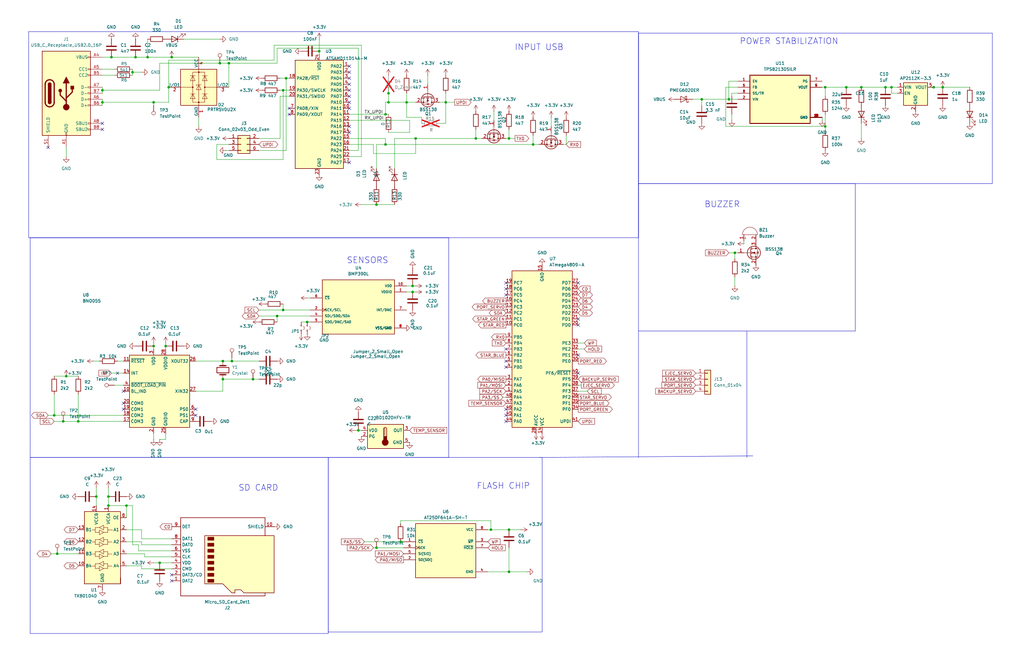
<source format=kicad_sch>
(kicad_sch (version 20250114) (generator "eeschema") (generator_version "9.0")
  (paper "USLedger")
  (rectangle (start 558.165 17.145) (end 654.685 62.865))
  (rectangle (start 12.065 13.335) (end 269.24 100.33))
  (rectangle (start 12.7 100.33) (end 189.23 193.04))
  (rectangle (start 558.165 -8.89) (end 600.71 17.145))
  (rectangle (start 138.43 193.04) (end 228.6 266.7))
  (rectangle (start 12.7 193.04) (end 138.43 267.335))
  (rectangle (start 269.24 13.97) (end 418.465 77.47))
  (rectangle (start 269.24 77.47) (end 360.68 139.7))
  (text "SD CARD\n" (at 108.966 205.994 0) (effects (font (size 2.54 2.54))))
  (text "INPUT USB" (at 227.33 20.066 0) (effects (font (size 2.54 2.54))))
  (text "Layer power\n01x 02 male/female pins for power\nflex pcb for data\n" (at 575.564 -4.572 0) (effects (font (size 1.27 1.27))))
  (text "BUZZER\n" (at 304.546 86.36 0) (effects (font (size 2.54 2.54))))
  (text "POWER STABILIZATION" (at 332.74 17.526 0) (effects (font (size 2.54 2.54))))
  (text "FLASH CHIP\n" (at 212.2747 205.1733 0) (effects (font (size 2.54 2.54))))
  (text "SERVOS\n" (at 574.294 75.184 0) (effects (font (size 2.54 2.54))))
  (text "SENSORS " (at 155.956 109.982 0) (effects (font (size 2.54 2.54))))
  (text "POWER SHIT\n" (at 564.896 20.32 0) (effects (font (size 1.27 1.27))))
  (junction (at 162.56 48.26))
  (junction (at 309.88 106.68))
  (junction (at 46.99 24.13))
  (junction (at 71.12 36.83))
  (junction (at 57.15 24.13))
  (junction (at 106.68 160.02))
  (junction (at 97.79 152.4))
  (junction (at 619.76 27.94))
  (junction (at 43.18 43.18))
  (junction (at 619.76 25.4))
  (junction (at 632.46 25.4))
  (junction (at 581.66 41.91))
  (junction (at 591.82 33.02))
  (junction (at 171.45 43.18))
  (junction (at 224.79 60.96))
  (junction (at 24.13 233.68))
  (junction (at 33.02 177.8))
  (junction (at 173.99 123.19))
  (junction (at 162.56 60.96))
  (junction (at 200.66 58.42))
  (junction (at 373.38 36.83))
  (junction (at 40.64 209.55))
  (junction (at 93.98 152.4))
  (junction (at 214.63 58.42))
  (junction (at 609.6 55.88))
  (junction (at 119.38 130.81))
  (junction (at 574.04 41.91))
  (junction (at 55.88 30.48))
  (junction (at 151.13 181.61))
  (junction (at 62.23 24.13))
  (junction (at 120.65 33.02))
  (junction (at 129.54 135.89))
  (junction (at 356.87 36.83))
  (junction (at 163.83 43.18))
  (junction (at 45.72 213.36))
  (junction (at 599.44 27.94))
  (junction (at 92.71 26.67))
  (junction (at 307.34 41.91))
  (junction (at 363.22 36.83))
  (junction (at 96.52 26.67))
  (junction (at 43.18 38.1))
  (junction (at 64.77 146.05))
  (junction (at 27.94 158.75))
  (junction (at 158.75 231.14))
  (junction (at 347.98 36.83))
  (junction (at 53.34 213.36))
  (junction (at 623.57 35.56))
  (junction (at 214.63 241.3))
  (junction (at 134.62 21.59))
  (junction (at 93.98 160.02))
  (junction (at 347.98 53.34))
  (junction (at 641.35 25.4))
  (junction (at 69.85 146.05))
  (junction (at 596.9 55.88))
  (junction (at 187.96 43.18))
  (junction (at 72.39 24.13))
  (junction (at 375.92 36.83))
  (junction (at 623.57 25.4))
  (junction (at 173.99 120.65))
  (junction (at 207.01 223.52))
  (junction (at 604.52 53.34))
  (junction (at 116.84 133.35))
  (junction (at 175.26 58.42))
  (junction (at 64.77 43.18))
  (junction (at 67.31 237.49))
  (junction (at 26.67 177.8))
  (junction (at 393.7 36.83))
  (junction (at 295.91 41.91))
  (junction (at 571.5 33.02))
  (junction (at 397.51 36.83))
  (junction (at 45.72 209.55))
  (junction (at 158.75 86.36))
  (junction (at 581.66 33.02))
  (junction (at 214.63 223.52))
  (junction (at 163.83 39.37))
  (junction (at 574.04 33.02))
  (junction (at 22.86 175.26))
  (junction (at 168.91 228.6))
  (junction (at 599.44 53.34))
  (junction (at 119.38 38.1))
  (no_connect (at 243.84 137.16))
  (no_connect (at 147.32 55.88))
  (no_connect (at 213.36 154.94))
  (no_connect (at 501.65 116.84))
  (no_connect (at 20.32 62.23))
  (no_connect (at 147.32 33.02))
  (no_connect (at 147.32 53.34))
  (no_connect (at 147.32 27.94))
  (no_connect (at 147.32 40.64))
  (no_connect (at 147.32 38.1))
  (no_connect (at 52.07 165.1))
  (no_connect (at 471.17 172.72))
  (no_connect (at 121.92 48.26))
  (no_connect (at 213.36 177.8))
  (no_connect (at 471.17 149.86))
  (no_connect (at 501.65 154.94))
  (no_connect (at 471.17 116.84))
  (no_connect (at 147.32 43.18))
  (no_connect (at 43.18 54.61))
  (no_connect (at 147.32 30.48))
  (no_connect (at 243.84 149.86))
  (no_connect (at 49.53 157.48))
  (no_connect (at 121.92 45.72))
  (no_connect (at 471.17 144.78))
  (no_connect (at 501.65 147.32))
  (no_connect (at 471.17 175.26))
  (no_connect (at 213.36 152.4))
  (no_connect (at 213.36 172.72))
  (no_connect (at 52.07 172.72))
  (no_connect (at 471.17 119.38))
  (no_connect (at 471.17 121.92))
  (no_connect (at 471.17 152.4))
  (no_connect (at 213.36 175.26))
  (no_connect (at 243.84 134.62))
  (no_connect (at 501.65 134.62))
  (no_connect (at 82.55 175.26))
  (no_connect (at 82.55 172.72))
  (no_connect (at 72.39 242.57))
  (no_connect (at 147.32 68.58))
  (no_connect (at 72.39 245.11))
  (no_connect (at 213.36 124.46))
  (no_connect (at 501.65 132.08))
  (no_connect (at 147.32 45.72))
  (no_connect (at 213.36 119.38))
  (no_connect (at 147.32 35.56))
  (no_connect (at 213.36 147.32))
  (no_connect (at 243.84 157.48))
  (no_connect (at 243.84 119.38))
  (no_connect (at 43.18 52.07))
  (no_connect (at 52.07 170.18))
  (no_connect (at 213.36 121.92))
  (no_connect (at 471.17 170.18))
  (wire (pts (xy 375.92 36.83) (xy 378.46 36.83)))
  (wire (pts (xy 574.04 33.02) (xy 581.66 33.02)))
  (wire (pts (xy 53.34 213.36) (xy 55.88 213.36)))
  (wire (pts (xy 162.56 58.42) (xy 162.56 60.96)))
  (wire (pts (xy 82.55 152.4) (xy 93.98 152.4)))
  (wire (pts (xy 641.35 25.4) (xy 632.46 25.4)))
  (wire (pts (xy 311.15 34.29) (xy 307.34 34.29)))
  (wire (pts (xy 134.62 16.51) (xy 134.62 21.59)))
  (wire (pts (xy 57.15 24.13) (xy 62.23 24.13)))
  (wire (pts (xy 33.02 177.8) (xy 52.07 177.8)))
  (wire (pts (xy 134.62 21.59) (xy 134.62 22.86)))
  (wire (pts (xy 591.82 33.02) (xy 599.44 33.02)))
  (wire (pts (xy 83.82 49.53) (xy 83.82 53.34)))
  (wire (pts (xy 469.9 165.1) (xy 471.17 165.1)))
  (wire (pts (xy 313.69 101.6) (xy 313.69 102.87)))
  (wire (pts (xy 581.66 41.91) (xy 581.66 40.64)))
  (wire (pts (xy 72.39 24.13) (xy 83.82 24.13)))
  (wire (pts (xy 71.12 25.4) (xy 115.57 25.4)))
  (wire (pts (xy 596.9 53.34) (xy 596.9 55.88)))
  (wire (pts (xy 55.88 229.87) (xy 55.88 213.36)))
  (wire (pts (xy 120.65 33.02) (xy 118.11 33.02)))
  (wire (pts (xy 147.32 48.26) (xy 162.56 48.26)))
  (wire (pts (xy 118.11 40.64) (xy 121.92 40.64)))
  (wire (pts (xy 22.86 166.37) (xy 22.86 175.26)))
  (wire (pts (xy 43.18 36.83) (xy 43.18 38.1)))
  (wire (pts (xy 238.76 60.96) (xy 237.49 60.96)))
  (wire (pts (xy 632.46 25.4) (xy 623.57 25.4)))
  (wire (pts (xy 307.34 41.91) (xy 311.15 41.91)))
  (wire (pts (xy 92.71 26.67) (xy 96.52 26.67)))
  (wire (pts (xy 391.16 36.83) (xy 393.7 36.83)))
  (wire (pts (xy 116.84 26.67) (xy 116.84 20.32)))
  (wire (pts (xy 187.96 43.18) (xy 185.42 43.18)))
  (wire (pts (xy 64.77 146.05) (xy 64.77 147.32)))
  (wire (pts (xy 586.74 38.1) (xy 586.74 41.91)))
  (wire (pts (xy 581.66 43.18) (xy 581.66 41.91)))
  (wire (pts (xy 224.79 60.96) (xy 227.33 60.96)))
  (polyline (pts (xy 314.96 193.04) (xy 314.96 139.7)))
  (wire (pts (xy 393.7 36.83) (xy 397.51 36.83)))
  (wire (pts (xy 109.22 63.5) (xy 120.65 63.5)))
  (wire (pts (xy 212.09 167.64) (xy 213.36 167.64)))
  (wire (pts (xy 171.45 123.19) (xy 173.99 123.19)))
  (wire (pts (xy 599.44 43.18) (xy 599.44 53.34)))
  (wire (pts (xy 309.88 106.68) (xy 309.88 109.22)))
  (wire (pts (xy 43.18 43.18) (xy 64.77 43.18)))
  (wire (pts (xy 604.52 55.88) (xy 604.52 53.34)))
  (wire (pts (xy 77.47 16.51) (xy 92.71 16.51)))
  (wire (pts (xy 45.72 209.55) (xy 45.72 213.36)))
  (wire (pts (xy 97.79 151.13) (xy 97.79 152.4)))
  (wire (pts (xy 163.83 43.18) (xy 171.45 43.18)))
  (wire (pts (xy 27.94 66.04) (xy 27.94 62.23)))
  (wire (pts (xy 166.37 58.42) (xy 175.26 58.42)))
  (wire (pts (xy 115.57 19.05) (xy 152.4 19.05)))
  (wire (pts (xy 295.91 44.45) (xy 295.91 41.91)))
  (wire (pts (xy 571.5 27.94) (xy 571.5 33.02)))
  (wire (pts (xy 307.34 106.68) (xy 309.88 106.68)))
  (wire (pts (xy 571.5 33.02) (xy 574.04 33.02)))
  (wire (pts (xy 200.66 58.42) (xy 203.2 58.42)))
  (wire (pts (xy 43.18 38.1) (xy 43.18 39.37)))
  (wire (pts (xy 153.67 228.6) (xy 168.91 228.6)))
  (wire (pts (xy 163.83 39.37) (xy 163.83 43.18)))
  (wire (pts (xy 292.1 41.91) (xy 295.91 41.91)))
  (wire (pts (xy 20.32 175.26) (xy 22.86 175.26)))
  (wire (pts (xy 596.9 53.34) (xy 599.44 53.34)))
  (wire (pts (xy 505.46 162.56) (xy 501.65 162.56)))
  (wire (pts (xy 91.44 60.96) (xy 96.52 60.96)))
  (wire (pts (xy 48.26 162.56) (xy 52.07 162.56)))
  (wire (pts (xy 171.45 43.18) (xy 175.26 43.18)))
  (wire (pts (xy 43.18 43.18) (xy 43.18 44.45)))
  (wire (pts (xy 127 135.89) (xy 129.54 135.89)))
  (wire (pts (xy 59.69 228.6) (xy 53.34 228.6)))
  (wire (pts (xy 58.42 232.41) (xy 58.42 229.87)))
  (wire (pts (xy 82.55 165.1) (xy 93.98 165.1)))
  (wire (pts (xy 594.36 55.88) (xy 596.9 55.88)))
  (wire (pts (xy 571.5 35.56) (xy 571.5 41.91)))
  (wire (pts (xy 158.75 86.36) (xy 166.37 86.36)))
  (wire (pts (xy 157.48 64.77) (xy 175.26 64.77)))
  (wire (pts (xy 45.72 205.74) (xy 45.72 209.55)))
  (wire (pts (xy 598.17 27.94) (xy 599.44 27.94)))
  (wire (pts (xy 93.98 160.02) (xy 106.68 160.02)))
  (wire (pts (xy 245.11 162.56) (xy 243.84 162.56)))
  (wire (pts (xy 152.4 86.36) (xy 158.75 86.36)))
  (wire (pts (xy 40.64 205.74) (xy 40.64 209.55)))
  (wire (pts (xy 162.56 60.96) (xy 224.79 60.96)))
  (wire (pts (xy 151.13 181.61) (xy 152.4 181.61)))
  (wire (pts (xy 55.88 229.87) (xy 58.42 229.87)))
  (wire (pts (xy 109.22 58.42) (xy 118.11 58.42)))
  (wire (pts (xy 55.88 29.21) (xy 55.88 30.48)))
  (wire (pts (xy 43.18 38.1) (xy 67.31 38.1)))
  (wire (pts (xy 168.91 228.6) (xy 170.18 228.6)))
  (wire (pts (xy 147.32 60.96) (xy 157.48 60.96)))
  (wire (pts (xy 116.84 133.35) (xy 130.81 133.35)))
  (wire (pts (xy 24.13 233.68) (xy 33.02 233.68)))
  (wire (pts (xy 163.83 36.83) (xy 163.83 39.37)))
  (wire (pts (xy 168.91 220.98) (xy 168.91 219.71)))
  (wire (pts (xy 22.86 175.26) (xy 52.07 175.26)))
  (wire (pts (xy 175.26 64.77) (xy 175.26 58.42)))
  (wire (pts (xy 59.69 238.76) (xy 53.34 238.76)))
  (wire (pts (xy 93.98 152.4) (xy 97.79 152.4)))
  (wire (pts (xy 116.84 20.32) (xy 151.13 20.32)))
  (wire (pts (xy 43.18 31.75) (xy 48.26 31.75)))
  (wire (pts (xy 64.77 182.88) (xy 64.77 185.42)))
  (wire (pts (xy 308.61 39.37) (xy 311.15 39.37)))
  (wire (pts (xy 619.76 25.4) (xy 619.76 27.94)))
  (wire (pts (xy 119.38 130.81) (xy 130.81 130.81)))
  (wire (pts (xy 53.34 213.36) (xy 53.34 218.44)))
  (wire (pts (xy 162.56 48.26) (xy 162.56 43.18)))
  (wire (pts (xy 69.85 147.32) (xy 69.85 146.05)))
  (wire (pts (xy 60.96 234.95) (xy 60.96 233.68)))
  (wire (pts (xy 356.87 36.83) (xy 363.22 36.83)))
  (wire (pts (xy 397.51 36.83) (xy 408.94 36.83)))
  (wire (pts (xy 574.04 33.02) (xy 574.04 34.29)))
  (wire (pts (xy 609.6 53.34) (xy 609.6 55.88)))
  (wire (pts (xy 81.28 177.8) (xy 82.55 177.8)))
  (wire (pts (xy 46.99 24.13) (xy 57.15 24.13)))
  (wire (pts (xy 64.77 44.45) (xy 64.77 43.18)))
  (wire (pts (xy 214.63 58.42) (xy 217.17 58.42)))
  (wire (pts (xy 306.07 53.34) (xy 347.98 53.34)))
  (wire (pts (xy 623.57 35.56) (xy 623.57 33.02)))
  (wire (pts (xy 22.86 177.8) (xy 26.67 177.8)))
  (wire (pts (xy 151.13 20.32) (xy 151.13 63.5)))
  (wire (pts (xy 62.23 24.13) (xy 72.39 24.13)))
  (wire (pts (xy 43.18 41.91) (xy 43.18 43.18)))
  (wire (pts (xy 214.63 241.3) (xy 205.74 241.3)))
  (wire (pts (xy 33.02 166.37) (xy 33.02 177.8)))
  (wire (pts (xy 46.99 157.48) (xy 52.07 157.48)))
  (wire (pts (xy 173.99 120.65) (xy 175.26 120.65)))
  (wire (pts (xy 96.52 26.67) (xy 96.52 36.83)))
  (wire (pts (xy 581.66 33.02) (xy 591.82 33.02)))
  (wire (pts (xy 207.01 223.52) (xy 205.74 223.52)))
  (wire (pts (xy 596.9 55.88) (xy 599.44 55.88)))
  (wire (pts (xy 623.57 25.4) (xy 619.76 25.4)))
  (wire (pts (xy 26.67 177.8) (xy 33.02 177.8)))
  (wire (pts (xy 619.76 27.94) (xy 619.76 30.48)))
  (wire (pts (xy 67.31 26.67) (xy 92.71 26.67)))
  (wire (pts (xy 363.22 52.07) (xy 363.22 58.42)))
  (wire (pts (xy 191.77 43.18) (xy 187.96 43.18)))
  (wire (pts (xy 109.22 130.81) (xy 119.38 130.81)))
  (wire (pts (xy 243.84 144.78) (xy 246.38 144.78)))
  (polyline (pts (xy 269.24 193.04) (xy 269.24 139.7)))
  (wire (pts (xy 69.85 182.88) (xy 69.85 185.42)))
  (wire (pts (xy 599.44 25.4) (xy 599.44 27.94)))
  (wire (pts (xy 232.41 49.53) (xy 232.41 53.34)))
  (wire (pts (xy 172.72 50.8) (xy 172.72 55.88)))
  (wire (pts (xy 97.79 152.4) (xy 109.22 152.4)))
  (wire (pts (xy 173.99 123.19) (xy 175.26 123.19)))
  (wire (pts (xy 171.45 39.37) (xy 171.45 43.18)))
  (wire (pts (xy 185.42 52.07) (xy 187.96 52.07)))
  (wire (pts (xy 55.88 30.48) (xy 59.69 30.48)))
  (wire (pts (xy 115.57 25.4) (xy 115.57 19.05)))
  (wire (pts (xy 118.11 58.42) (xy 118.11 40.64)))
  (wire (pts (xy 67.31 237.49) (xy 72.39 237.49)))
  (wire (pts (xy 224.79 57.15) (xy 224.79 60.96)))
  (wire (pts (xy 109.22 133.35) (xy 116.84 133.35)))
  (wire (pts (xy 166.37 58.42) (xy 166.37 71.12)))
  (wire (pts (xy 171.45 138.43) (xy 170.18 138.43)))
  (wire (pts (xy 64.77 144.78) (xy 64.77 146.05)))
  (wire (pts (xy 171.45 49.53) (xy 177.8 49.53)))
  (wire (pts (xy 162.56 48.26) (xy 163.83 48.26)))
  (wire (pts (xy 43.18 29.21) (xy 48.26 29.21)))
  (wire (pts (xy 158.75 60.96) (xy 158.75 71.12)))
  (wire (pts (xy 152.4 66.04) (xy 147.32 66.04)))
  (wire (pts (xy 247.65 165.1) (xy 243.84 165.1)))
  (wire (pts (xy 91.44 67.31) (xy 91.44 60.96)))
  (wire (pts (xy 67.31 38.1) (xy 67.31 26.67)))
  (wire (pts (xy 175.26 58.42) (xy 200.66 58.42)))
  (wire (pts (xy 59.69 229.87) (xy 72.39 229.87)))
  (wire (pts (xy 214.63 231.14) (xy 214.63 241.3)))
  (wire (pts (xy 214.63 54.61) (xy 214.63 58.42)))
  (wire (pts (xy 118.11 38.1) (xy 119.38 38.1)))
  (wire (pts (xy 295.91 41.91) (xy 307.34 41.91)))
  (wire (pts (xy 346.71 49.53) (xy 346.71 50.8)))
  (wire (pts (xy 607.06 55.88) (xy 609.6 55.88)))
  (wire (pts (xy 219.71 223.52) (xy 214.63 223.52)))
  (wire (pts (xy 71.12 36.83) (xy 71.12 25.4)))
  (wire (pts (xy 607.06 53.34) (xy 607.06 55.88)))
  (wire (pts (xy 609.6 55.88) (xy 612.14 55.88)))
  (wire (pts (xy 200.66 54.61) (xy 200.66 58.42)))
  (wire (pts (xy 157.48 60.96) (xy 157.48 64.77)))
  (wire (pts (xy 306.07 36.83) (xy 311.15 36.83)))
  (wire (pts (xy 59.69 227.33) (xy 59.69 223.52)))
  (wire (pts (xy 171.45 43.18) (xy 171.45 49.53)))
  (wire (pts (xy 347.98 40.64) (xy 347.98 36.83)))
  (wire (pts (xy 69.85 146.05) (xy 69.85 144.78)))
  (wire (pts (xy 116.84 133.35) (xy 116.84 135.89)))
  (wire (pts (xy 162.56 43.18) (xy 163.83 43.18)))
  (wire (pts (xy 177.8 49.53) (xy 177.8 52.07)))
  (wire (pts (xy 149.86 181.61) (xy 151.13 181.61)))
  (wire (pts (xy 373.38 36.83) (xy 375.92 36.83)))
  (wire (pts (xy 571.5 27.94) (xy 572.77 27.94)))
  (wire (pts (xy 40.64 209.55) (xy 40.64 213.36)))
  (wire (pts (xy 96.52 26.67) (xy 116.84 26.67)))
  (wire (pts (xy 243.84 147.32) (xy 246.38 147.32)))
  (wire (pts (xy 59.69 223.52) (xy 53.34 223.52)))
  (wire (pts (xy 641.35 25.4) (xy 646.43 25.4)))
  (wire (pts (xy 347.98 55.88) (xy 347.98 53.34)))
  (wire (pts (xy 309.88 106.68) (xy 311.15 106.68)))
  (wire (pts (xy 207.01 219.71) (xy 207.01 223.52)))
  (wire (pts (xy 21.59 233.68) (xy 24.13 233.68)))
  (wire (pts (xy 501.65 142.24) (xy 504.19 142.24)))
  (wire (pts (xy 501.65 144.78) (xy 504.19 144.78)))
  (wire (pts (xy 119.38 67.31) (xy 91.44 67.31)))
  (wire (pts (xy 180.34 31.75) (xy 180.34 35.56)))
  (wire (pts (xy 147.32 58.42) (xy 162.56 58.42)))
  (wire (pts (xy 308.61 48.26) (xy 308.61 50.8)))
  (wire (pts (xy 59.69 229.87) (xy 59.69 228.6)))
  (wire (pts (xy 41.91 152.4) (xy 39.37 152.4)))
  (wire (pts (xy 363.22 36.83) (xy 373.38 36.83)))
  (wire (pts (xy 346.71 36.83) (xy 347.98 36.83)))
  (wire (pts (xy 72.39 232.41) (xy 58.42 232.41)))
  (wire (pts (xy 222.25 241.3) (xy 214.63 241.3)))
  (wire (pts (xy 168.91 219.71) (xy 207.01 219.71)))
  (wire (pts (xy 151.13 63.5) (xy 147.32 63.5)))
  (wire (pts (xy 571.5 41.91) (xy 574.04 41.91)))
  (wire (pts (xy 306.07 53.34) (xy 306.07 36.83)))
  (wire (pts (xy 130.81 135.89) (xy 129.54 135.89)))
  (wire (pts (xy 502.92 160.02) (xy 501.65 160.02)))
  (wire (pts (xy 62.23 16.51) (xy 62.23 24.13)))
  (wire (pts (xy 43.18 24.13) (xy 46.99 24.13)))
  (wire (pts (xy 238.76 57.15) (xy 238.76 60.96)))
  (wire (pts (xy 152.4 19.05) (xy 152.4 66.04)))
  (wire (pts (xy 612.14 55.88) (xy 612.14 53.34)))
  (wire (pts (xy 581.66 41.91) (xy 586.74 41.91)))
  (wire (pts (xy 307.34 34.29) (xy 307.34 41.91)))
  (polyline (pts (xy 227.33 193.04) (xy 317.5 192.405)))
  (wire (pts (xy 106.68 160.02) (xy 109.22 160.02)))
  (wire (pts (xy 599.44 53.34) (xy 604.52 53.34)))
  (wire (pts (xy 67.31 237.49) (xy 64.77 237.49)))
  (wire (pts (xy 208.28 46.99) (xy 208.28 50.8)))
  (wire (pts (xy 96.52 63.5) (xy 95.25 63.5)))
  (wire (pts (xy 207.01 223.52) (xy 214.63 223.52)))
  (wire (pts (xy 53.34 233.68) (xy 60.96 233.68)))
  (wire (pts (xy 187.96 52.07) (xy 187.96 43.18)))
  (wire (pts (xy 614.68 55.88) (xy 614.68 53.34)))
  (wire (pts (xy 187.96 39.37) (xy 187.96 43.18)))
  (wire (pts (xy 121.92 33.02) (xy 120.65 33.02)))
  (wire (pts (xy 347.98 36.83) (xy 356.87 36.83)))
  (wire (pts (xy 59.69 240.03) (xy 59.69 238.76)))
  (wire (pts (xy 45.72 213.36) (xy 53.34 213.36)))
  (wire (pts (xy 119.38 38.1) (xy 119.38 67.31)))
  (wire (pts (xy 308.61 39.37) (xy 308.61 40.64)))
  (wire (pts (xy 309.88 116.84) (xy 309.88 120.65)))
  (wire (pts (xy 120.65 63.5) (xy 120.65 33.02)))
  (wire (pts (xy 64.77 43.18) (xy 71.12 43.18)))
  (wire (pts (xy 69.85 185.42) (xy 67.31 185.42)))
  (wire (pts (xy 49.53 152.4) (xy 52.07 152.4)))
  (wire (pts (xy 22.86 158.75) (xy 27.94 158.75)))
  (wire (pts (xy 130.81 125.73) (xy 129.54 125.73)))
  (wire (pts (xy 214.63 58.42) (xy 213.36 58.42)))
  (wire (pts (xy 93.98 165.1) (xy 93.98 160.02)))
  (wire (pts (xy 591.82 33.02) (xy 591.82 35.56)))
  (wire (pts (xy 71.12 43.18) (xy 71.12 36.83)))
  (wire (pts (xy 347.98 53.34) (xy 347.98 48.26)))
  (wire (pts (xy 158.75 60.96) (xy 162.56 60.96)))
  (wire (pts (xy 119.38 38.1) (xy 121.92 38.1)))
  (wire (pts (xy 119.38 128.27) (xy 119.38 130.81)))
  (wire (pts (xy 55.88 30.48) (xy 55.88 31.75)))
  (wire (pts (xy 375.92 36.83) (xy 375.92 39.37)))
  (wire (pts (xy 158.75 231.14) (xy 170.18 231.14)))
  (wire (pts (xy 147.32 50.8) (xy 172.72 50.8)))
  (wire (pts (xy 171.45 120.65) (xy 173.99 120.65)))
  (wire (pts (xy 623.57 36.83) (xy 623.57 35.56)))
  (wire (pts (xy 172.72 55.88) (xy 163.83 55.88)))
  (wire (pts (xy 619.76 35.56) (xy 623.57 35.56)))
  (wire (pts (xy 60.96 234.95) (xy 72.39 234.95)))
  (wire (pts (xy 27.94 158.75) (xy 33.02 158.75)))
  (wire (pts (xy 591.82 35.56) (xy 599.44 35.56)))
  (wire (pts (xy 375.92 39.37) (xy 378.46 39.37)))
  (wire (pts (xy 157.48 231.14) (xy 158.75 231.14)))
  (wire (pts (xy 72.39 240.03) (xy 59.69 240.03)))
  (wire (pts (xy 599.44 38.1) (xy 586.74 38.1)))
  (wire (pts (xy 59.69 227.33) (xy 72.39 227.33)))
  (label "RX_UPDI" (at 153.67 50.8 0))
  (label "TX_UPDI" (at 153.67 48.26 0))
  (global_label "EJEC_SERVO" (shape output) (at 245.11 162.56 0) (property "Intersheetrefs" "${INTERSHEET_REFS}" (effects (hide yes))))
  (global_label "PORT_SERVO" (shape input) (at 293.37 162.56 180) (property "Intersheetrefs" "${INTERSHEET_REFS}" (effects (hide yes))))
  (global_label "TX0" (shape input) (at 213.36 144.78 180) (property "Intersheetrefs" "${INTERSHEET_REFS}" (effects (hide yes))))
  (global_label "RX0" (shape input) (at 238.76 60.96 0) (property "Intersheetrefs" "${INTERSHEET_REFS}" (effects (hide yes))))
  (global_label "TX0" (shape output) (at 217.17 58.42 0) (property "Intersheetrefs" "${INTERSHEET_REFS}" (effects (hide yes))))
  (global_label "D5" (shape bidirectional) (at 505.46 203.2 0) (property "Intersheetrefs" "${INTERSHEET_REFS}" (effects (hide yes))))
  (global_label "SCL" (shape input) (at 509.27 236.22 0) (property "Intersheetrefs" "${INTERSHEET_REFS}" (effects (hide yes))))
  (global_label "STAR_RED" (shape output) (at 474.98 208.28 180) (property "Intersheetrefs" "${INTERSHEET_REFS}" (effects (hide yes))))
  (global_label "BACKUP_SERVO" (shape input) (at 654.05 132.08 180) (property "Intersheetrefs" "${INTERSHEET_REFS}" (effects (hide yes))))
  (global_label "PA3{slash}SS" (shape input) (at 473.71 238.76 180) (property "Intersheetrefs" "${INTERSHEET_REFS}" (effects (hide yes))))
  (global_label "BACKUP_SERVO" (shape input) (at 619.76 90.17 270) (property "Intersheetrefs" "${INTERSHEET_REFS}" (effects (hide yes))))
  (global_label "STAR_GREEN" (shape output) (at 213.36 134.62 180) (property "Intersheetrefs" "${INTERSHEET_REFS}" (effects (hide yes))))
  (global_label "PORT_BLUE" (shape output) (at 243.84 170.18 0) (property "Intersheetrefs" "${INTERSHEET_REFS}" (effects (hide yes))))
  (global_label "CD" (shape output) (at 72.39 222.25 180) (property "Intersheetrefs" "${INTERSHEET_REFS}" (effects (hide yes))))
  (global_label "UPDI" (shape input) (at 243.84 177.8 0) (property "Intersheetrefs" "${INTERSHEET_REFS}" (effects (hide yes))))
  (global_label "PA0{slash}MISO" (shape output) (at 213.36 160.02 180) (property "Intersheetrefs" "${INTERSHEET_REFS}" (effects (hide yes))))
  (global_label "RX0" (shape output) (at 473.71 212.09 180) (property "Intersheetrefs" "${INTERSHEET_REFS}" (effects (hide yes))))
  (global_label "PORT_SERVO" (shape input) (at 654.05 129.54 180) (property "Intersheetrefs" "${INTERSHEET_REFS}" (effects (hide yes))))
  (global_label "D4" (shape bidirectional) (at 21.59 233.68 180) (property "Intersheetrefs" "${INTERSHEET_REFS}" (effects (hide yes))))
  (global_label "PA0{slash}MISO" (shape output) (at 474.98 231.14 180) (property "Intersheetrefs" "${INTERSHEET_REFS}" (effects (hide yes))))
  (global_label "PORT_RED" (shape output) (at 505.46 223.52 0) (property "Intersheetrefs" "${INTERSHEET_REFS}" (effects (hide yes))))
  (global_label "PA2{slash}SCK" (shape input) (at 213.36 165.1 180) (property "Intersheetrefs" "${INTERSHEET_REFS}" (effects (hide yes))))
  (global_label "D6" (shape bidirectional) (at 243.84 127 0) (property "Intersheetrefs" "${INTERSHEET_REFS}" (effects (hide yes))))
  (global_label "D5" (shape bidirectional) (at 33.02 238.76 180) (property "Intersheetrefs" "${INTERSHEET_REFS}" (effects (hide yes))))
  (global_label "STAR_BLUE" (shape output) (at 474.98 220.98 180) (property "Intersheetrefs" "${INTERSHEET_REFS}" (effects (hide yes))))
  (global_label "CD" (shape input) (at 243.84 121.92 0) (property "Intersheetrefs" "${INTERSHEET_REFS}" (effects (hide yes))))
  (global_label "PORT_RED" (shape output) (at 243.84 152.4 0) (property "Intersheetrefs" "${INTERSHEET_REFS}" (effects (hide yes))))
  (global_label "WP" (shape input) (at 246.38 144.78 0) (property "Intersheetrefs" "${INTERSHEET_REFS}" (effects (hide yes))))
  (global_label "STAR_SERVO" (shape input) (at 588.6965 94.7746 270) (property "Intersheetrefs" "${INTERSHEET_REFS}" (effects (hide yes))))
  (global_label "RX0" (shape output) (at 213.36 142.24 180) (property "Intersheetrefs" "${INTERSHEET_REFS}" (effects (hide yes))))
  (global_label "PA1{slash}MOSI" (shape input) (at 170.18 233.68 180) (property "Intersheetrefs" "${INTERSHEET_REFS}" (effects (hide yes))))
  (global_label "EJEC_SERVO" (shape input) (at 595.63 102.87 270) (property "Intersheetrefs" "${INTERSHEET_REFS}" (effects (hide yes))))
  (global_label "D7" (shape bidirectional) (at 243.84 124.46 0) (property "Intersheetrefs" "${INTERSHEET_REFS}" (effects (hide yes))))
  (global_label "STAR_RED" (shape output) (at 213.36 137.16 180) (property "Intersheetrefs" "${INTERSHEET_REFS}" (effects (hide yes))))
  (global_label "UPDI" (shape bidirectional) (at 109.22 60.96 0) (property "Intersheetrefs" "${INTERSHEET_REFS}" (effects (hide yes))))
  (global_label "WP" (shape input) (at 508 215.9 0) (property "Intersheetrefs" "${INTERSHEET_REFS}" (effects (hide yes))))
  (global_label "PORT_BLUE" (shape output) (at 505.46 241.3 0) (property "Intersheetrefs" "${INTERSHEET_REFS}" (effects (hide yes))))
  (global_label "PA2{slash}SCK" (shape input) (at 157.48 231.14 180) (property "Intersheetrefs" "${INTERSHEET_REFS}" (effects (hide yes))))
  (global_label "D4" (shape bidirectional) (at 505.46 200.66 0) (property "Intersheetrefs" "${INTERSHEET_REFS}" (effects (hide yes))))
  (global_label "TEMP_SENSOR" (shape input) (at 172.72 181.61 0) (property "Intersheetrefs" "${INTERSHEET_REFS}" (effects (hide yes))))
  (global_label "EJEC_SERVO" (shape output) (at 506.73 233.68 0) (property "Intersheetrefs" "${INTERSHEET_REFS}" (effects (hide yes))))
  (global_label "D7" (shape bidirectional) (at 505.46 195.58 0) (property "Intersheetrefs" "${INTERSHEET_REFS}" (effects (hide yes))))
  (global_label "PA0{slash}MISO" (shape output) (at 170.18 236.22 180) (property "Intersheetrefs" "${INTERSHEET_REFS}" (effects (hide yes))))
  (global_label "SCL" (shape input) (at 247.65 165.1 0) (property "Intersheetrefs" "${INTERSHEET_REFS}" (effects (hide yes))))
  (global_label "D6" (shape bidirectional) (at 33.02 228.6 180) (property "Intersheetrefs" "${INTERSHEET_REFS}" (effects (hide yes))))
  (global_label "INT" (shape input) (at 46.99 157.48 180) (property "Intersheetrefs" "${INTERSHEET_REFS}" (effects (hide yes))))
  (global_label "D4" (shape bidirectional) (at 243.84 129.54 0) (property "Intersheetrefs" "${INTERSHEET_REFS}" (effects (hide yes))))
  (global_label "PORT_SERVO" (shape output) (at 474.98 200.66 180) (property "Intersheetrefs" "${INTERSHEET_REFS}" (effects (hide yes))))
  (global_label "EJEC_SERVO" (shape input) (at 654.05 124.46 180) (property "Intersheetrefs" "${INTERSHEET_REFS}" (effects (hide yes))))
  (global_label "BACKUP_SERVO" (shape input) (at 293.37 165.1 180) (property "Intersheetrefs" "${INTERSHEET_REFS}" (effects (hide yes))))
  (global_label "BACKUP_SERVO" (shape input) (at 243.84 160.02 0) (property "Intersheetrefs" "${INTERSHEET_REFS}" (effects (hide yes))))
  (global_label "BUZZER" (shape output) (at 213.36 127 180) (property "Intersheetrefs" "${INTERSHEET_REFS}" (effects (hide yes))))
  (global_label "UPDI" (shape input) (at 505.46 248.92 0) (property "Intersheetrefs" "${INTERSHEET_REFS}" (effects (hide yes))))
  (global_label "PA1{slash}MOSI" (shape input) (at 213.36 162.56 180) (property "Intersheetrefs" "${INTERSHEET_REFS}" (effects (hide yes))))
  (global_label "BACKUP_SERVO" (shape input) (at 505.46 231.14 0) (property "Intersheetrefs" "${INTERSHEET_REFS}" (effects (hide yes))))
  (global_label "PORT_SERVO" (shape output) (at 213.36 129.54 180) (property "Intersheetrefs" "${INTERSHEET_REFS}" (effects (hide yes))))
  (global_label "STAR_SERVO" (shape input) (at 584.2 86.36 270) (property "Intersheetrefs" "${INTERSHEET_REFS}" (effects (hide yes))))
  (global_label "WP" (shape input) (at 205.74 228.6 0) (property "Intersheetrefs" "${INTERSHEET_REFS}" (effects (hide yes))))
  (global_label "SDA" (shape bidirectional) (at 213.36 132.08 180) (property "Intersheetrefs" "${INTERSHEET_REFS}" (effects (hide yes))))
  (global_label "SDA" (shape bidirectional) (at 20.32 175.26 180) (property "Intersheetrefs" "${INTERSHEET_REFS}" (effects (hide yes))))
  (global_label "D7" (shape bidirectional) (at 33.02 223.52 180) (property "Intersheetrefs" "${INTERSHEET_REFS}" (effects (hide yes))))
  (global_label "D6" (shape bidirectional) (at 505.46 198.12 0) (property "Intersheetrefs" "${INTERSHEET_REFS}" (effects (hide yes))))
  (global_label "PORT_GREEN" (shape output) (at 505.46 243.84 0) (property "Intersheetrefs" "${INTERSHEET_REFS}" (effects (hide yes))))
  (global_label "SDA" (shape bidirectional) (at 109.22 133.35 180) (property "Intersheetrefs" "${INTERSHEET_REFS}" (effects (hide yes))))
  (global_label "SCL" (shape input) (at 22.86 177.8 180) (property "Intersheetrefs" "${INTERSHEET_REFS}" (effects (hide yes))))
  (global_label "PA2{slash}SCK" (shape input) (at 474.98 236.22 180) (property "Intersheetrefs" "${INTERSHEET_REFS}" (effects (hide yes))))
  (global_label "STAR_SERVO" (shape output) (at 505.46 238.76 0) (property "Intersheetrefs" "${INTERSHEET_REFS}" (effects (hide yes))))
  (global_label "SCL" (shape input) (at 109.22 130.81 180) (property "Intersheetrefs" "${INTERSHEET_REFS}" (effects (hide yes))))
  (global_label "TEMP_SENSOR" (shape input) (at 213.36 170.18 180) (property "Intersheetrefs" "${INTERSHEET_REFS}" (effects (hide yes))))
  (global_label "PA3{slash}SS" (shape input) (at 153.67 228.6 180) (property "Intersheetrefs" "${INTERSHEET_REFS}" (effects (hide yes))))
  (global_label "BUZZER" (shape output) (at 474.98 198.12 180) (property "Intersheetrefs" "${INTERSHEET_REFS}" (effects (hide yes))))
  (global_label "UPDI" (shape output) (at 191.77 43.18 0) (property "Intersheetrefs" "${INTERSHEET_REFS}" (effects (hide yes))))
  (global_label "EJEC_SERVO" (shape input) (at 293.37 157.48 180) (property "Intersheetrefs" "${INTERSHEET_REFS}" (effects (hide yes))))
  (global_label "HOLD" (shape input) (at 246.38 147.32 0) (property "Intersheetrefs" "${INTERSHEET_REFS}" (effects (hide yes))))
  (global_label "D5" (shape bidirectional) (at 243.84 132.08 0) (property "Intersheetrefs" "${INTERSHEET_REFS}" (effects (hide yes))))
  (global_label "STAR_SERVO" (shape input) (at 654.05 127 180) (property "Intersheetrefs" "${INTERSHEET_REFS}" (effects (hide yes))))
  (global_label "PA3{slash}SS" (shape input) (at 212.09 167.64 180) (property "Intersheetrefs" "${INTERSHEET_REFS}" (effects (hide yes))))
  (global_label "TX0" (shape input) (at 473.71 214.63 180) (property "Intersheetrefs" "${INTERSHEET_REFS}" (effects (hide yes))))
  (global_label "STAR_SERVO" (shape input) (at 293.37 160.02 180) (property "Intersheetrefs" "${INTERSHEET_REFS}" (effects (hide yes))))
  (global_label "CD" (shape input) (at 505.46 193.04 0) (property "Intersheetrefs" "${INTERSHEET_REFS}" (effects (hide yes))))
  (global_label "STAR_GREEN" (shape output) (at 474.98 205.74 180) (property "Intersheetrefs" "${INTERSHEET_REFS}" (effects (hide yes))))
  (global_label "TEMP_SENSOR" (shape input) (at 474.98 241.3 180) (property "Intersheetrefs" "${INTERSHEET_REFS}" (effects (hide yes))))
  (global_label "STAR_BLUE" (shape output) (at 213.36 149.86 180) (property "Intersheetrefs" "${INTERSHEET_REFS}" (effects (hide yes))))
  (global_label "PORT_SERVO" (shape input) (at 568.96 102.87 270) (property "Intersheetrefs" "${INTERSHEET_REFS}" (effects (hide yes))))
  (global_label "SDA" (shape bidirectional) (at 474.98 203.2 180) (property "Intersheetrefs" "${INTERSHEET_REFS}" (effects (hide yes))))
  (global_label "PA1{slash}MOSI" (shape input) (at 474.98 233.68 180) (property "Intersheetrefs" "${INTERSHEET_REFS}" (effects (hide yes))))
  (global_label "BUZZER" (shape input) (at 307.34 106.68 180) (property "Intersheetrefs" "${INTERSHEET_REFS}" (effects (hide yes))))
  (global_label "PORT_GREEN" (shape output) (at 243.84 172.72 0) (property "Intersheetrefs" "${INTERSHEET_REFS}" (effects (hide yes))))
  (global_label "STAR_SERVO" (shape output) (at 243.84 167.64 0) (property "Intersheetrefs" "${INTERSHEET_REFS}" (effects (hide yes))))
  (global_label "HOLD" (shape input) (at 508 218.44 0) (property "Intersheetrefs" "${INTERSHEET_REFS}" (effects (hide yes))))
  (global_label "HOLD" (shape input) (at 205.74 231.14 0) (property "Intersheetrefs" "${INTERSHEET_REFS}" (effects (hide yes))))
  (symbol (lib_id "power:GND") (at 172.72 186.69 0) (unit 1)
    (property "Reference" "#PWR0171" (effects (hide yes)))
    (property "Value" "GND" (at 172.72 191.77 0))
    (property "Description" "Power symbol creates a global label with name \"GND\" , ground" (effects (hide yes)))
  )
  (symbol (lib_id "power:GND") (at 152.4 184.15 0) (unit 1)
    (property "Reference" "#PWR0172" (effects (hide yes)))
    (property "Value" "GND" (at 152.4 189.23 0))
    (property "Description" "Power symbol creates a global label with name \"GND\" , ground" (effects (hide yes)))
  )
  (symbol (lib_id "Connector:TestPoint") (at 26.67 177.8 0) (unit 1)
    (property "Reference" "TP2" (at 29.21 173.2279 0) (effects (justify left)))
    (property "Value" "TestPoint" (at 29.21 175.7679 0) (effects (justify left)))
    (property "Footprint" "TestPoint:TestPoint_Pad_1.0x1.0mm" (effects (hide yes)))
    (property "Description" "test point" (effects (hide yes)))
  )
  (symbol (lib_id "Device:R") (at 115.57 128.27 90) (unit 1)
    (property "Reference" "R10" (at 115.316 123.444 90))
    (property "Value" "4k7" (at 114.808 125.222 90))
    (property "Footprint" "Resistor_SMD:R_0402_1005Metric" (effects (hide yes)))
    (property "Description" "Resistor" (effects (hide yes)))
  )
  (symbol (lib_id "Device:R") (at 581.66 36.83 0) (unit 1)
    (property "Reference" "R32" (at 584.2 35.5599 0) (effects (justify left)))
    (property "Value" "100k" (at 584.2 38.0999 0) (effects (justify left)))
    (property "Description" "Resistor" (effects (hide yes)))
  )
  (symbol (lib_id "Device:C") (at 73.66 146.05 90) (unit 1)
    (property "Reference" "C13" (at 73.66 138.43 90))
    (property "Value" "0.1uF" (at 73.66 140.97 90))
    (property "Description" "Unpolarized capacitor" (effects (hide yes)))
  )
  (symbol (lib_id "Device:LED") (at 408.94 48.26 90) (unit 1)
    (property "Reference" "D14" (at 412.75 48.5774 90) (effects (justify right)))
    (property "Value" "LED" (at 412.75 51.1174 90) (effects (justify right)))
    (property "Footprint" "LED_SMD:LED_0201_0603Metric" (effects (hide yes)))
    (property "Description" "Light emitting diode" (effects (hide yes)))
    (property "Sim.Pins" "1=K 2=A" (effects (hide yes)))
  )
  (symbol (lib_id "Connector:TestPoint") (at 24.13 233.68 0) (unit 1)
    (property "Reference" "TP1" (at 26.67 229.1079 0) (effects (justify left)))
    (property "Value" "TestPoint" (at 26.67 231.6479 0) (effects (justify left)))
    (property "Footprint" "TestPoint:TestPoint_Pad_1.0x1.0mm" (effects (hide yes)))
    (property "Description" "test point" (effects (hide yes)))
  )
  (symbol (lib_id "Device:C") (at 49.53 209.55 90) (unit 1)
    (property "Reference" "C23" (at 49.53 201.93 90))
    (property "Value" "C" (at 49.53 204.47 90))
    (property "Description" "Unpolarized capacitor" (effects (hide yes)))
  )
  (symbol (lib_id "power:GND") (at 318.77 111.76 0) (unit 1)
    (property "Reference" "#PWR070" (effects (hide yes)))
    (property "Value" "GND" (at 318.77 116.84 0))
    (property "Description" "Power symbol creates a global label with name \"GND\" , ground" (effects (hide yes)))
  )
  (symbol (lib_id "power:GND") (at 624.84 90.17 0) (unit 1)
    (property "Reference" "#PWR0125" (effects (hide yes)))
    (property "Value" "GND" (at 624.8401 93.98 90) (effects (justify right)))
    (property "Description" "Power symbol creates a global label with name \"GND\" , ground" (effects (hide yes)))
  )
  (symbol (lib_id "MCU_Microchip_ATmega:ATmega4809-A") (at 486.41 144.78 180) (unit 1)
    (property "Reference" "U9" (at 489.4265 106.68 0) (effects (justify right)))
    (property "Value" "ATmega4809-A" (at 489.4265 109.22 0) (effects (justify right)))
    (property "Footprint" "Package_QFP:TQFP-48_7x7mm_P0.5mm" (effects (hide yes)))
    (property "Datasheet" "http://ww1.microchip.com/downloads/en/DeviceDoc/40002016A.pdf" (effects (hide yes)))
    (property "Description" "20MHz, 48kB Flash, 6kB SRAM, 256B EEPROM, TQFP-48" (effects (hide yes)))
  )
  (symbol (lib_id "Device:R") (at 200.66 50.8 0) (unit 1)
    (property "Reference" "R17" (at 203.2 49.5299 0) (effects (justify left)))
    (property "Value" "4k7" (at 203.2 52.0699 0) (effects (justify left)))
    (property "Footprint" "Resistor_SMD:R_0402_1005Metric" (effects (hide yes)))
    (property "Description" "Resistor" (effects (hide yes)))
  )
  (symbol (lib_id "power:+3.3V") (at 39.37 152.4 90) (unit 1)
    (property "Reference" "#PWR0181" (effects (hide yes)))
    (property "Value" "+3.3V" (at 35.56 152.4001 90) (effects (justify left)))
    (property "Description" "Power symbol creates a global label with name \"+3.3V\"" (effects (hide yes)))
  )
  (symbol (lib_id "power:+3.3V") (at 228.6 182.88 180) (unit 1)
    (property "Reference" "#PWR0174" (effects (hide yes)))
    (property "Value" "+3.3V" (at 226.822 186.944 0))
    (property "Description" "Power symbol creates a global label with name \"+3.3V\"" (effects (hide yes)))
  )
  (symbol (lib_id "power:GND") (at 600.71 102.87 0) (unit 1)
    (property "Reference" "#PWR0117" (effects (hide yes)))
    (property "Value" "GND" (at 600.7101 106.68 90) (effects (justify right)))
    (property "Description" "Power symbol creates a global label with name \"GND\" , ground" (effects (hide yes)))
  )
  (symbol (lib_id "Connector:TestPoint") (at 48.26 162.56 90) (unit 1)
    (property "Reference" "TP7" (at 44.958 157.48 90))
    (property "Value" "TestPoint" (at 44.958 160.02 90))
    (property "Footprint" "TestPoint:TestPoint_Pad_1.0x1.0mm" (effects (hide yes)))
    (property "Description" "test point" (effects (hide yes)))
  )
  (symbol (lib_id "power:+3.3V") (at 175.26 120.65 270) (unit 1)
    (property "Reference" "#PWR0149" (effects (hide yes)))
    (property "Value" "+3.3V" (at 179.07 120.6499 90) (effects (justify left)))
    (property "Description" "Power symbol creates a global label with name \"+3.3V\"" (effects (hide yes)))
  )
  (symbol (lib_id "power:GND") (at 641.35 33.02 0) (unit 1)
    (property "Reference" "#PWR0195" (effects (hide yes)))
    (property "Value" "GND" (at 641.35 38.1 0))
    (property "Description" "Power symbol creates a global label with name \"GND\" , ground" (effects (hide yes)))
  )
  (symbol (lib_id "Logic_LevelTranslator:TXB0104D") (at 43.18 231.14 0) (mirror y) (unit 1)
    (property "Reference" "U1" (at 40.9859 248.92 0) (effects (justify left)))
    (property "Value" "TXB0104D" (at 40.9859 251.46 0) (effects (justify left)))
    (property "Footprint" "Package_SO:SOIC-14_3.9x8.7mm_P1.27mm" (effects (hide yes)))
    (property "Datasheet" "http://www.ti.com/lit/ds/symlink/txb0104.pdf" (effects (hide yes)))
    (property "Description" "4-Bit Bidirectional Voltage-Level Translator, Auto Direction Sensing and ±15-kV ESD Protection, 1.2 - 3.6V APort, 1.65 - 5.5V BPort, SOIC-14" (effects (hide yes)))
  )
  (symbol (lib_id "Device:R") (at 114.3 33.02 90) (unit 1)
    (property "Reference" "R8" (at 110.998 35.306 90))
    (property "Value" "4k7" (at 114.808 35.306 90))
    (property "Footprint" "Resistor_SMD:R_0402_1005Metric" (effects (hide yes)))
    (property "Description" "Resistor" (effects (hide yes)))
  )
  (symbol (lib_id "power:GND") (at 53.34 209.55 90) (unit 1)
    (property "Reference" "#PWR017" (effects (hide yes)))
    (property "Value" "GND" (at 57.15 209.5499 90) (effects (justify right)))
    (property "Description" "Power symbol creates a global label with name \"GND\" , ground" (effects (hide yes)))
  )
  (symbol (lib_id "power:+3.3V") (at 110.49 33.02 90) (unit 1)
    (property "Reference" "#PWR0150" (effects (hide yes)))
    (property "Value" "+3.3V" (at 106.68 33.0199 90) (effects (justify left)))
    (property "Description" "Power symbol creates a global label with name \"+3.3V\"" (effects (hide yes)))
  )
  (symbol (lib_id "Connector:TestPoint") (at 97.79 151.13 0) (unit 1)
    (property "Reference" "TP5" (at 100.33 146.5579 0) (effects (justify left)))
    (property "Value" "TestPoint" (at 100.33 149.0979 0) (effects (justify left)))
    (property "Footprint" "TestPoint:TestPoint_Pad_1.0x1.0mm" (effects (hide yes)))
    (property "Description" "test point" (effects (hide yes)))
  )
  (symbol (lib_id "Device:C") (at 574.04 38.1 0) (unit 1)
    (property "Reference" "C11" (at 576.072 34.29 0) (effects (justify left)))
    (property "Value" "10u" (at 576.072 36.83 0) (effects (justify left)))
    (property "Footprint" "Capacitor_SMD:C_0201_0603Metric" (effects (hide yes)))
    (property "Description" "Unpolarized capacitor" (effects (hide yes)))
  )
  (symbol (lib_id "power:GND") (at 27.94 66.04 0) (unit 1)
    (property "Reference" "#PWR0141" (effects (hide yes)))
    (property "Value" "GND" (at 27.94 71.12 0))
    (property "Description" "Power symbol creates a global label with name \"GND\" , ground" (effects (hide yes)))
  )
  (symbol (lib_id "Device:C") (at 295.91 48.26 0) (unit 1)
    (property "Reference" "C14" (at 286.512 47.244 0) (effects (justify left)))
    (property "Value" "10uF" (at 286.512 49.784 0) (effects (justify left)))
    (property "Footprint" "Capacitor_SMD:C_0201_0603Metric" (effects (hide yes)))
    (property "Description" "Unpolarized capacitor" (effects (hide yes)))
  )
  (symbol (lib_id "power:+3.3V") (at 313.69 102.87 90) (unit 1)
    (property "Reference" "#PWR02" (effects (hide yes)))
    (property "Value" "+3.3V" (at 309.88 102.8699 90) (effects (justify left)))
    (property "Description" "Power symbol creates a global label with name \"+3.3V\"" (effects (hide yes)))
  )
  (symbol (lib_id "Device:Buzzer") (at 316.23 99.06 90) (unit 1)
    (property "Reference" "BZ1" (at 320.04 97.0348 90) (effects (justify right)))
    (property "Value" "Buzzer" (at 320.04 99.5748 90) (effects (justify right)))
    (property "Footprint" "Buzzer_Beeper:MagneticBuzzer_Kingstate_KCG0601" (effects (hide yes)))
    (property "Description" "Buzzer, polarized" (effects (hide yes)))
  )
  (symbol (lib_id "power:GND") (at 173.99 130.81 0) (unit 1)
    (property "Reference" "#PWR015" (effects (hide yes)))
    (property "Value" "GND" (at 173.9899 134.62 90) (effects (justify right)))
    (property "Description" "Power symbol creates a global label with name \"GND\" , ground" (effects (hide yes)))
  )
  (symbol (lib_id "Regulator_Linear:AP2112K-3.3") (at 386.08 39.37 0) (unit 1)
    (property "Reference" "U12" (at 386.08 30.48 0))
    (property "Value" "AP2112K-3.3" (at 386.08 33.02 0))
    (property "Footprint" "Package_TO_SOT_SMD:SOT-23-5" (effects (hide yes)))
    (property "Datasheet" "https://www.diodes.com/assets/Datasheets/AP2112.pdf" (effects (hide yes)))
    (property "Description" "600mA low dropout linear regulator, with enable pin, 3.8V-6V input voltage range, 3.3V fixed positive output, SOT-23-5" (effects (hide yes)))
  )
  (symbol (lib_id "Connector:TestPoint") (at 158.75 231.14 0) (unit 1)
    (property "Reference" "TP6" (at 161.29 226.5679 0) (effects (justify left)))
    (property "Value" "TestPoint" (at 161.29 229.1079 0) (effects (justify left)))
    (property "Footprint" "TestPoint:TestPoint_Pad_1.0x1.0mm" (effects (hide yes)))
    (property "Description" "test point" (effects (hide yes)))
  )
  (symbol (lib_id "Device:R") (at 309.88 113.03 0) (unit 1)
    (property "Reference" "R34" (at 312.42 111.7599 0) (effects (justify left)))
    (property "Value" "2k2" (at 312.42 114.2999 0) (effects (justify left)))
    (property "Footprint" "Resistor_SMD:R_0402_1005Metric" (effects (hide yes)))
    (property "Description" "Resistor" (effects (hide yes)))
  )
  (symbol (lib_id "Device:R") (at 238.76 53.34 0) (unit 1)
    (property "Reference" "R20" (at 241.3 52.0699 0) (effects (justify left)))
    (property "Value" "4k7" (at 241.3 54.6099 0) (effects (justify left)))
    (property "Footprint" "Resistor_SMD:R_0402_1005Metric" (effects (hide yes)))
    (property "Description" "Resistor" (effects (hide yes)))
  )
  (symbol (lib_id "power:+3.3V") (at 163.83 31.75 0) (unit 1)
    (property "Reference" "#PWR0133" (effects (hide yes)))
    (property "Value" "+3.3V" (at 163.83 26.67 0))
    (property "Description" "Power symbol creates a global label with name \"+3.3V\"" (effects (hide yes)))
  )
  (symbol (lib_id "power:GND") (at 295.91 52.07 0) (unit 1)
    (property "Reference" "#PWR0131" (effects (hide yes)))
    (property "Value" "GND" (at 291.338 51.562 0))
    (property "Description" "Power symbol creates a global label with name \"GND\" , ground" (effects (hide yes)))
  )
  (symbol (lib_id "power:GND") (at 408.94 52.07 0) (unit 1)
    (property "Reference" "#PWR0193" (effects (hide yes)))
    (property "Value" "GND" (at 408.94 57.15 0))
    (property "Description" "Power symbol creates a global label with name \"GND\" , ground" (effects (hide yes)))
  )
  (symbol (lib_id "power:+3.3V") (at 129.54 125.73 90) (unit 1)
    (property "Reference" "#PWR0145" (effects (hide yes)))
    (property "Value" "+3.3V" (at 134.874 122.682 90) (effects (justify left)))
    (property "Description" "Power symbol creates a global label with name \"+3.3V\"" (effects (hide yes)))
  )
  (symbol (lib_id "power:GND") (at 347.98 63.5 0) (unit 1)
    (property "Reference" "#PWR0186" (effects (hide yes)))
    (property "Value" "GND" (at 347.98 68.58 0))
    (property "Description" "Power symbol creates a global label with name \"GND\" , ground" (effects (hide yes)))
  )
  (symbol (lib_id "Device:LED") (at 363.22 48.26 90) (unit 1)
    (property "Reference" "D13" (at 370.84 49.8475 0))
    (property "Value" "LED" (at 368.3 49.8475 0))
    (property "Footprint" "LED_SMD:LED_0201_0603Metric" (effects (hide yes)))
    (property "Description" "Light emitting diode" (effects (hide yes)))
    (property "Sim.Pins" "1=K 2=A" (effects (hide yes)))
  )
  (symbol (lib_id "power:GND") (at 83.82 53.34 0) (unit 1)
    (property "Reference" "#PWR0155" (effects (hide yes)))
    (property "Value" "GND" (at 83.82 58.42 0))
    (property "Description" "Power symbol creates a global label with name \"GND\" , ground" (effects (hide yes)))
  )
  (symbol (lib_id "Device:R") (at 45.72 152.4 270) (unit 1)
    (property "Reference" "R3" (at 43.18 150.368 90))
    (property "Value" "10k" (at 47.498 150.368 90))
    (property "Footprint" "Resistor_SMD:R_0402_1005Metric" (effects (hide yes)))
    (property "Description" "Resistor" (effects (hide yes)))
  )
  (symbol (lib_id "power:GND") (at 116.84 152.4 90) (unit 1)
    (property "Reference" "#PWR0159" (effects (hide yes)))
    (property "Value" "GND" (at 120.65 152.3999 90) (effects (justify right)))
    (property "Description" "Power symbol creates a global label with name \"GND\" , ground" (effects (hide yes)))
  )
  (symbol (lib_id "power:+3.3V") (at 127 140.97 180) (unit 1)
    (property "Reference" "#PWR0161" (effects (hide yes)))
    (property "Value" "+3.3V" (at 127 146.05 0))
    (property "Description" "Power symbol creates a global label with name \"+3.3V\"" (effects (hide yes)))
  )
  (symbol (lib_id "Device:R") (at 187.96 35.56 0) (unit 1)
    (property "Reference" "R16" (at 190.5 34.2899 0) (effects (justify left)))
    (property "Value" "4k7" (at 190.5 36.8299 0) (effects (justify left)))
    (property "Footprint" "Resistor_SMD:R_0402_1005Metric" (effects (hide yes)))
    (property "Description" "Resistor" (effects (hide yes)))
  )
  (symbol (lib_id "Jumper:Jumper_2_Small_Open") (at 127 138.43 270) (unit 1) (exclude_from_sim yes)
    (property "Reference" "JP1" (at 122.682 139.7 90) (effects (justify left)))
    (property "Value" "Jumper_2_Small_Open" (at 147.574 150.368 90) (effects (justify left)))
    (property "Footprint" "Jumper:SolderJumper-2_P1.3mm_Open_Pad1.0x1.5mm" (effects (hide yes)))
    (property "Description" "Jumper, 2-pole, small symbol, open" (effects (hide yes)))
  )
  (symbol (lib_id "power:GND") (at 46.99 16.51 180) (unit 1)
    (property "Reference" "#PWR03" (effects (hide yes)))
    (property "Value" "GND" (at 46.99 11.43 0))
    (property "Description" "Power symbol creates a global label with name \"GND\" , ground" (effects (hide yes)))
  )
  (symbol (lib_id "power:GND") (at 565.15 1.27 90) (unit 1)
    (property "Reference" "#PWR09" (effects (hide yes)))
    (property "Value" "GND" (at 568.96 1.2699 90) (effects (justify right)))
    (property "Description" "Power symbol creates a global label with name \"GND\" , ground" (effects (hide yes)))
  )
  (symbol (lib_id "Device:C") (at 173.99 127 180) (unit 1)
    (property "Reference" "C20" (at 182.372 127 0))
    (property "Value" "0.1uF" (at 182.372 129.032 0))
    (property "Description" "Unpolarized capacitor" (effects (hide yes)))
  )
  (symbol (lib_id "Device:LED") (at 73.66 16.51 180) (unit 1)
    (property "Reference" "D1" (at 75.2475 8.89 0))
    (property "Value" "LED" (at 75.2475 11.43 0))
    (property "Footprint" "LED_SMD:LED_0201_0603Metric" (effects (hide yes)))
    (property "Description" "Light emitting diode" (effects (hide yes)))
    (property "Sim.Pins" "1=K 2=A" (effects (hide yes)))
  )
  (symbol (lib_id "Device:R") (at 181.61 52.07 90) (unit 1) (dnp yes)
    (property "Reference" "R15" (at 181.356 50.038 90))
    (property "Value" "R" (at 181.864 54.864 90))
    (property "Footprint" "Resistor_SMD:R_0402_1005Metric" (effects (hide yes)))
    (property "Description" "Resistor" (effects (hide yes)))
  )
  (symbol (lib_id "Connector_Generic:Conn_01x03") (at 586.74 81.28 90) (unit 1)
    (property "Reference" "J6" (at 591.82 80.0099 90) (effects (justify right)))
    (property "Value" "Conn_01x03" (at 591.82 82.5499 90) (effects (justify right)))
    (property "Footprint" "Connector_PinHeader_2.54mm:PinHeader_1x03_P2.54mm_Vertical" (effects (hide yes)))
    (property "Description" "Generic connector, single row, 01x03, script generated (kicad-library-utils/schlib/autogen/connector/)" (effects (hide yes)))
  )
  (symbol (lib_id "power:+5V") (at 586.74 86.36 180) (unit 1)
    (property "Reference" "#PWR0120" (effects (hide yes)))
    (property "Value" "+5V" (at 586.7401 90.17 90) (effects (justify left)))
    (property "Description" "Power symbol creates a global label with name \"+5V\"" (effects (hide yes)))
  )
  (symbol (lib_id "power:GND") (at 623.57 44.45 0) (unit 1)
    (property "Reference" "#PWR0189" (effects (hide yes)))
    (property "Value" "GND" (at 623.57 49.53 0))
    (property "Description" "Power symbol creates a global label with name \"GND\" , ground" (effects (hide yes)))
  )
  (symbol (lib_id "power:+3.3V") (at 175.26 123.19 270) (unit 1)
    (property "Reference" "#PWR0147" (effects (hide yes)))
    (property "Value" "+3.3V" (at 179.07 123.1899 90) (effects (justify left)))
    (property "Description" "Power symbol creates a global label with name \"+3.3V\"" (effects (hide yes)))
  )
  (symbol (lib_id "Device:C") (at 113.03 160.02 90) (unit 1)
    (property "Reference" "C5" (at 113.284 155.702 90))
    (property "Value" "22p" (at 117.094 162.56 90))
    (property "Footprint" "Capacitor_SMD:C_0201_0603Metric" (effects (hide yes)))
    (property "Description" "Unpolarized capacitor" (effects (hide yes)))
  )
  (symbol (lib_id "power:+5V") (at 622.3 90.17 180) (unit 1)
    (property "Reference" "#PWR0124" (effects (hide yes)))
    (property "Value" "+5V" (at 622.3001 93.98 90) (effects (justify left)))
    (property "Description" "Power symbol creates a global label with name \"+5V\"" (effects (hide yes)))
  )
  (symbol (lib_id "Device:LED") (at 166.37 74.93 270) (unit 1)
    (property "Reference" "D5" (at 158.75 73.3425 0))
    (property "Value" "LED" (at 170.688 74.168 0))
    (property "Footprint" "LED_SMD:LED_0201_0603Metric" (effects (hide yes)))
    (property "Description" "Light emitting diode" (effects (hide yes)))
    (property "Sim.Pins" "1=K 2=A" (effects (hide yes)))
  )
  (symbol (lib_id "Device:C") (at 36.83 209.55 90) (unit 1)
    (property "Reference" "C9" (at 36.83 201.93 90))
    (property "Value" "C" (at 36.83 204.47 90))
    (property "Description" "Unpolarized capacitor" (effects (hide yes)))
  )
  (symbol (lib_id "Device:Crystal") (at 93.98 156.21 90) (unit 1)
    (property "Reference" "Y1" (at 97.79 154.9399 90) (effects (justify right)))
    (property "Value" "Crystal" (at 97.79 157.4799 90) (effects (justify right)))
    (property "Footprint" "Crystal:Crystal_C26-LF_D2.1mm_L6.5mm_Vertical" (effects (hide yes)))
    (property "Description" "Two pin crystal" (effects (hide yes)))
  )
  (symbol (lib_id "power:GND") (at 594.36 55.88 0) (unit 1)
    (property "Reference" "#PWR013" (effects (hide yes)))
    (property "Value" "GND" (at 594.36 60.96 0))
    (property "Description" "Power symbol creates a global label with name \"GND\" , ground" (effects (hide yes)))
  )
  (symbol (lib_id "BMP390L:BMP390L") (at 151.13 130.81 0) (unit 1)
    (property "Reference" "U4" (at 151.13 113.03 0))
    (property "Value" "BMP390L" (at 151.13 115.57 0))
    (property "Footprint" "barometer:XDCR_BMP390L.kicad_mod" (effects (hide yes)))
    (property "MF" "Bosch Sensortec" (effects (hide yes)))
    (property "MAXIMUM_PACKAGE_HEIGHT" "0.8 mm" (effects (hide yes)))
    (property "Package" "None" (effects (hide yes)))
    (property "Price" "None" (effects (hide yes)))
    (property "Check_prices" "https://www.snapeda.com/parts/BMP390L/Bosch/view-part/?ref=eda" (effects (hide yes)))
    (property "STANDARD" "Manufacturer Recommendation" (effects (hide yes)))
    (property "PARTREV" "1.7" (effects (hide yes)))
    (property "SnapEDA_Link" "https://www.snapeda.com/parts/BMP390L/Bosch/view-part/?ref=snap" (effects (hide yes)))
    (property "MP" "BMP390L" (effects (hide yes)))
    (property "Description_1" "\n                        \n                            Pressure Sensor Development Tools Evaluation Shuttle Board for the BMP390L\n                        \n" (effects (hide yes)))
    (property "MANUFACTURER" "BOSCH" (effects (hide yes)))
    (property "Availability" "In Stock" (effects (hide yes)))
    (property "SNAPEDA_PN" "BMP390L" (effects (hide yes)))
  )
  (symbol (lib_id "power:+3.3V") (at 483.87 180.34 180) (unit 1)
    (property "Reference" "#PWR0200" (effects (hide yes)))
    (property "Value" "+3.3V" (effects (hide yes)))
    (property "Description" "Power symbol creates a global label with name \"+3.3V\"" (effects (hide yes)))
  )
  (symbol (lib_id "Device:D_Zener") (at 163.83 35.56 270) (unit 1) (dnp yes)
    (property "Reference" "D4" (at 166.37 34.2899 90) (effects (justify left)))
    (property "Value" "D_Zener" (at 166.37 36.8299 90) (effects (justify left)))
    (property "Description" "Zener diode" (effects (hide yes)))
  )
  (symbol (lib_id "Device:C") (at 67.31 241.3 180) (unit 1)
    (property "Reference" "C7" (at 57.658 243.078 0) (effects (justify right)))
    (property "Value" "0.1uF" (at 57.658 245.618 0) (effects (justify right)))
    (property "Description" "Unpolarized capacitor" (effects (hide yes)))
  )
  (symbol (lib_id "Sensor_Temperature:BD1020HFV") (at 162.56 184.15 0) (unit 1)
    (property "Reference" "U5" (at 162.56 173.99 0))
    (property "Value" "BD1020HFV-TR" (at 165.862 176.276 0))
    (property "Footprint" "Package_TO_SOT_SMD:HVSOF5" (effects (hide yes)))
    (property "Datasheet" "http://rohmfs.rohm.com/en/products/databook/datasheet/ic/sensor/temperature/bd1020hfv-e.pdf" (effects (hide yes)))
    (property "Description" "Analog Output Temperature Sensor" (effects (hide yes)))
  )
  (symbol (lib_id "power:GND") (at 115.57 222.25 90) (unit 1)
    (property "Reference" "#PWR0162" (effects (hide yes)))
    (property "Value" "GND" (at 119.38 222.2499 90) (effects (justify right)))
    (property "Description" "Power symbol creates a global label with name \"GND\" , ground" (effects (hide yes)))
  )
  (symbol (lib_id "power:+3.3V") (at 110.49 38.1 90) (unit 1)
    (property "Reference" "#PWR0151" (effects (hide yes)))
    (property "Value" "+3.3V" (at 106.68 38.0999 90) (effects (justify left)))
    (property "Description" "Power symbol creates a global label with name \"+3.3V\"" (effects (hide yes)))
  )
  (symbol (lib_id "power:GND") (at 614.68 55.88 0) (unit 1)
    (property "Reference" "#PWR0188" (effects (hide yes)))
    (property "Value" "GND" (at 614.68 60.96 0))
    (property "Description" "Power symbol creates a global label with name \"GND\" , ground" (effects (hide yes)))
  )
  (symbol (lib_id "power:GND") (at 356.87 44.45 0) (unit 1)
    (property "Reference" "#PWR0187" (effects (hide yes)))
    (property "Value" "GND" (at 356.87 49.53 0))
    (property "Description" "Power symbol creates a global label with name \"GND\" , ground" (effects (hide yes)))
  )
  (symbol (lib_id "power:GND") (at 604.52 55.88 0) (unit 1)
    (property "Reference" "#PWR0183" (effects (hide yes)))
    (property "Value" "GND" (at 604.52 60.96 0))
    (property "Description" "Power symbol creates a global label with name \"GND\" , ground" (effects (hide yes)))
  )
  (symbol (lib_id "power:+3.3V") (at 64.77 144.78 0) (unit 1)
    (property "Reference" "#PWR0177" (effects (hide yes)))
    (property "Value" "+3.3V" (at 67.056 137.922 0))
    (property "Description" "Power symbol creates a global label with name \"+3.3V\"" (effects (hide yes)))
  )
  (symbol (lib_id "power:GND") (at 228.6 111.76 180) (unit 1)
    (property "Reference" "#PWR0148" (effects (hide yes)))
    (property "Value" "GND" (at 228.6 106.68 0))
    (property "Description" "Power symbol creates a global label with name \"GND\" , ground" (effects (hide yes)))
  )
  (symbol (lib_id "power:+3.3V") (at 180.34 31.75 0) (unit 1)
    (property "Reference" "#PWR0137" (effects (hide yes)))
    (property "Value" "+3.3V" (at 180.34 26.67 0))
    (property "Description" "Power symbol creates a global label with name \"+3.3V\"" (effects (hide yes)))
  )
  (symbol (lib_id "power:GND") (at 397.51 44.45 0) (unit 1)
    (property "Reference" "#PWR0192" (effects (hide yes)))
    (property "Value" "GND" (at 397.51 49.53 0))
    (property "Description" "Power symbol creates a global label with name \"GND\" , ground" (effects (hide yes)))
  )
  (symbol (lib_id "power:GND") (at 95.25 63.5 270) (unit 1)
    (property "Reference" "#PWR0157" (effects (hide yes)))
    (property "Value" "GND" (at 98.298 65.532 90) (effects (justify right)))
    (property "Description" "Power symbol creates a global label with name \"GND\" , ground" (effects (hide yes)))
  )
  (symbol (lib_id "power:+3.3V") (at 219.71 223.52 270) (unit 1)
    (property "Reference" "#PWR0169" (effects (hide yes)))
    (property "Value" "+3.3V" (at 222.758 221.234 90) (effects (justify left)))
    (property "Description" "Power symbol creates a global label with name \"+3.3V\"" (effects (hide yes)))
  )
  (symbol (lib_id "power:GND") (at 92.71 16.51 90) (unit 1)
    (property "Reference" "#PWR0182" (effects (hide yes)))
    (property "Value" "GND" (at 96.52 16.5099 90) (effects (justify right)))
    (property "Description" "Power symbol creates a global label with name \"GND\" , ground" (effects (hide yes)))
  )
  (symbol (lib_id "Device:R") (at 33.02 162.56 0) (unit 1)
    (property "Reference" "R2" (at 35.56 161.2899 0) (effects (justify left)))
    (property "Value" "2k2" (at 35.56 163.8299 0) (effects (justify left)))
    (property "Footprint" "Resistor_SMD:R_0402_1005Metric" (effects (hide yes)))
    (property "Description" "Resistor" (effects (hide yes)))
  )
  (symbol (lib_id "Connector:TestPoint") (at 64.77 44.45 180) (unit 1)
    (property "Reference" "TP3" (at 67.31 46.4819 0) (effects (justify right)))
    (property "Value" "TestPoint" (at 67.31 49.0219 0) (effects (justify right)))
    (property "Footprint" "TestPoint:TestPoint_Pad_1.0x1.0mm" (effects (hide yes)))
    (property "Description" "test point" (effects (hide yes)))
  )
  (symbol (lib_id "Device:C") (at 130.81 21.59 90) (unit 1)
    (property "Reference" "C8" (at 130.81 13.97 90))
    (property "Value" "100nF" (at 130.81 16.51 90))
    (property "Description" "Unpolarized capacitor" (effects (hide yes)))
  )
  (symbol (lib_id "power:GND") (at 116.84 160.02 90) (unit 1)
    (property "Reference" "#PWR0160" (effects (hide yes)))
    (property "Value" "GND" (at 120.65 160.0199 90) (effects (justify right)))
    (property "Description" "Power symbol creates a global label with name \"GND\" , ground" (effects (hide yes)))
  )
  (symbol (lib_id "MCU_Microchip_SAMD:ATSAMD11D14A-M") (at 134.62 48.26 0) (unit 1)
    (property "Reference" "U3" (at 137.16 21.59 0) (effects (justify left)))
    (property "Value" "ATSAMD11D14A-M" (at 137.414 24.638 0) (effects (justify left)))
    (property "Footprint" "Package_DFN_QFN:QFN-24-1EP_4x4mm_P0.5mm_EP2.6x2.6mm" (effects (hide yes)))
    (property "Datasheet" "http://ww1.microchip.com/downloads/en/DeviceDoc/Atmel-42363-SAM-D11_Datasheet.pdf" (effects (hide yes)))
    (property "Description" "ARM Cortex-M0+ MCU, 48MHz, 16KB Flash, 4KB RAM, 1.6-3.6V, 22 GPIO, QFN-24" (effects (hide yes)))
  )
  (symbol (lib_id "power:+3.3V") (at 214.63 46.99 0) (unit 1)
    (property "Reference" "#PWR0136" (effects (hide yes)))
    (property "Value" "+3.3V" (at 214.63 41.91 0))
    (property "Description" "Power symbol creates a global label with name \"+3.3V\"" (effects (hide yes)))
  )
  (symbol (lib_id "Device:C_Polarized_US") (at 641.35 29.21 0) (unit 1)
    (property "Reference" "C19" (at 643.636 26.924 0) (effects (justify left)))
    (property "Value" "100u" (at 643.382 32.766 0) (effects (justify left)))
    (property "Footprint" "Capacitor_SMD:CP_Elec_6.3x5.4" (effects (hide yes)))
    (property "Description" "Polarized capacitor, US symbol" (effects (hide yes)))
  )
  (symbol (lib_id "power:+3.3V") (at 200.66 46.99 0) (unit 1)
    (property "Reference" "#PWR0140" (effects (hide yes)))
    (property "Value" "+3.3V" (at 200.66 41.91 0))
    (property "Description" "Power symbol creates a global label with name \"+3.3V\"" (effects (hide yes)))
  )
  (symbol (lib_id "power:+3.3V") (at 171.45 31.75 0) (unit 1)
    (property "Reference" "#PWR0139" (effects (hide yes)))
    (property "Value" "+3.3V" (at 171.45 26.67 0))
    (property "Description" "Power symbol creates a global label with name \"+3.3V\"" (effects (hide yes)))
  )
  (symbol (lib_id "power:GND") (at 57.15 146.05 270) (unit 1)
    (property "Reference" "#PWR06" (effects (hide yes)))
    (property "Value" "GND" (at 53.34 146.0499 90) (effects (justify right)))
    (property "Description" "Power symbol creates a global label with name \"GND\" , ground" (effects (hide yes)))
  )
  (symbol (lib_id "power:GND") (at 134.62 73.66 0) (unit 1)
    (property "Reference" "#PWR0144" (effects (hide yes)))
    (property "Value" "GND" (at 134.62 78.74 0))
    (property "Description" "Power symbol creates a global label with name \"GND\" , ground" (effects (hide yes)))
  )
  (symbol (lib_id "power:GND") (at 346.71 50.8 0) (unit 1)
    (property "Reference" "#PWR0185" (effects (hide yes)))
    (property "Value" "GND" (at 346.71 55.88 0))
    (property "Description" "Power symbol creates a global label with name \"GND\" , ground" (effects (hide yes)))
  )
  (symbol (lib_id "Device:R") (at 347.98 44.45 0) (unit 1)
    (property "Reference" "R35" (at 350.52 43.1799 0) (effects (justify left)))
    (property "Value" "124k" (at 350.52 45.7199 0) (effects (justify left)))
    (property "Description" "Resistor" (effects (hide yes)))
  )
  (symbol (lib_id "Device:C") (at 57.15 20.32 0) (unit 1)
    (property "Reference" "C2" (at 60.96 19.0499 0) (effects (justify left)))
    (property "Value" "100n" (at 60.96 21.5899 0) (effects (justify left)))
    (property "Footprint" "Capacitor_SMD:C_0201_0603Metric" (effects (hide yes)))
    (property "Description" "Unpolarized capacitor" (effects (hide yes)))
  )
  (symbol (lib_id "power:+3.3V") (at 232.41 49.53 0) (unit 1)
    (property "Reference" "#PWR0105" (effects (hide yes)))
    (property "Value" "+3.3V" (at 232.41 44.45 0))
    (property "Description" "Power symbol creates a global label with name \"+3.3V\"" (effects (hide yes)))
  )
  (symbol (lib_id "power:+3.3V") (at 238.76 49.53 0) (unit 1)
    (property "Reference" "#PWR0106" (effects (hide yes)))
    (property "Value" "+3.3V" (at 238.76 44.45 0))
    (property "Description" "Power symbol creates a global label with name \"+3.3V\"" (effects (hide yes)))
  )
  (symbol (lib_id "power:GND") (at 170.18 138.43 90) (unit 1)
    (property "Reference" "#PWR0167" (effects (hide yes)))
    (property "Value" "GND" (at 173.99 138.4299 90) (effects (justify right)))
    (property "Description" "Power symbol creates a global label with name \"GND\" , ground" (effects (hide yes)))
  )
  (symbol (lib_id "Device:C") (at 85.09 177.8 90) (unit 1)
    (property "Reference" "C3" (at 83.566 181.864 90))
    (property "Value" "0u1" (at 88.138 182.118 90))
    (property "Footprint" "Capacitor_SMD:C_0201_0603Metric" (effects (hide yes)))
    (property "Description" "Unpolarized capacitor" (effects (hide yes)))
  )
  (symbol (lib_id "Regulator_Switching:TPS61092") (at 609.6 38.1 0) (unit 1)
    (property "Reference" "U10" (at 609.6 19.05 0))
    (property "Value" "TPS61092" (at 609.6 21.59 0))
    (property "Footprint" "Package_DFN_QFN:Texas_RSA_VQFN-16-1EP_4x4mm_P0.65mm_EP2.7x2.7mm_ThermalVias" (effects (hide yes)))
    (property "Datasheet" "http://www.ti.com/lit/ds/symlink/tps61090.pdf" (effects (hide yes)))
    (property "Description" "2A Step-Up DC-DC Converter for Batteries, Isw up to 2500mA, 5V Output Voltage, QFN-16" (effects (hide yes)))
  )
  (symbol (lib_id "Device:C") (at 356.87 40.64 0) (unit 1)
    (property "Reference" "C16" (at 360.68 39.3699 0) (effects (justify left)))
    (property "Value" "22uF" (at 350.774 39.878 0) (effects (justify left)))
    (property "Description" "Unpolarized capacitor" (effects (hide yes)))
  )
  (symbol (lib_id "Connector:Micro_SD_Card_Det1") (at 95.25 234.95 0) (mirror x) (unit 1)
    (property "Reference" "J2" (at 95.885 256.54 0))
    (property "Value" "Micro_SD_Card_Det1" (at 95.885 254 0))
    (property "Footprint" "Connector_Card:microSD_HC_Hirose_DM3D-SF" (effects (hide yes)))
    (property "Datasheet" "https://datasheet.lcsc.com/lcsc/2110151630_XKB-Connectivity-XKTF-015-N_C381082.pdf" (effects (hide yes)))
    (property "Description" "Micro SD Card Socket with one card detection pin" (effects (hide yes)))
  )
  (symbol (lib_id "power:GND") (at 581.66 50.8 0) (unit 1)
    (property "Reference" "#PWR012" (effects (hide yes)))
    (property "Value" "GND" (at 581.66 55.88 0))
    (property "Description" "Power symbol creates a global label with name \"GND\" , ground" (effects (hide yes)))
  )
  (symbol (lib_id "Connector_Generic:Conn_01x04") (at 659.13 127 0) (unit 1)
    (property "Reference" "J12" (at 661.67 126.9999 0) (effects (justify left)))
    (property "Value" "Conn_01x04" (at 661.67 129.5399 0) (effects (justify left)))
    (property "Description" "Generic connector, single row, 01x04, script generated (kicad-library-utils/schlib/autogen/connector/)" (effects (hide yes)))
  )
  (symbol (lib_id "power:+3.3V") (at 187.96 31.75 0) (unit 1)
    (property "Reference" "#PWR0138" (effects (hide yes)))
    (property "Value" "+3.3V" (at 187.96 26.67 0))
    (property "Description" "Power symbol creates a global label with name \"+3.3V\"" (effects (hide yes)))
  )
  (symbol (lib_id "Device:C") (at 113.03 152.4 90) (unit 1)
    (property "Reference" "C4" (at 113.03 148.336 90))
    (property "Value" "22p" (at 113.03 157.226 90))
    (property "Footprint" "Capacitor_SMD:C_0201_0603Metric" (effects (hide yes)))
    (property "Description" "Unpolarized capacitor" (effects (hide yes)))
  )
  (symbol (lib_id "SLF7055T-6R8N2R8-3PF[1]:SLF7055T-6R8N2R8-3PF") (at 585.47 27.94 0) (unit 1)
    (property "Reference" "L2" (at 585.47 21.59 0))
    (property "Value" "SLF7055T-6R8N2R8-3PF" (at 585.47 24.13 0))
    (property "Footprint" "inductor:IND_SLF7055T-6R8N2R8-3PF.kicad_mod" (effects (hide yes)))
    (property "MF" "TDK" (effects (hide yes)))
    (property "MAXIMUM_PACKAGE_HEIGHT" "5.8 mm" (effects (hide yes)))
    (property "Package" "NON STANDARD-2 TDK" (effects (hide yes)))
    (property "Price" "None" (effects (hide yes)))
    (property "Check_prices" "https://www.snapeda.com/parts/SLF7055T-6R8N2R8-3PF/TDK/view-part/?ref=eda" (effects (hide yes)))
    (property "STANDARD" "Manufacturer Recommendations" (effects (hide yes)))
    (property "PARTREV" "N/A" (effects (hide yes)))
    (property "SnapEDA_Link" "https://www.snapeda.com/parts/SLF7055T-6R8N2R8-3PF/TDK/view-part/?ref=snap" (effects (hide yes)))
    (property "MP" "SLF7055T-6R8N2R8-3PF" (effects (hide yes)))
    (property "Description_1" "Inductor Power Shielded Wirewound 6.8uH 30% 100KHz Ferrite 2.8A 44.2mOhm DCR T/R" (effects (hide yes)))
    (property "Availability" "In Stock" (effects (hide yes)))
    (property "MANUFACTURER" "TDK" (effects (hide yes)))
  )
  (symbol (lib_id "Diode:PMEG6020ER") (at 288.29 41.91 180) (unit 1)
    (property "Reference" "D12" (at 288.6075 35.56 0))
    (property "Value" "PMEG6020ER" (at 288.6075 38.1 0))
    (property "Footprint" "Diode_SMD:Nexperia_CFP3_SOD-123W" (effects (hide yes)))
    (property "Datasheet" "https://assets.nexperia.com/documents/data-sheet/PMEG6020ER.pdf" (effects (hide yes)))
    (property "Description" "60V, 2A low Vf MEGA Schottky barrier rectifier, SOD-123W" (effects (hide yes)))
  )
  (symbol (lib_id "power:+3.3V") (at 96.52 58.42 90) (unit 1)
    (property "Reference" "#PWR0153" (effects (hide yes)))
    (property "Value" "+3.3V" (at 92.71 58.4199 90) (effects (justify left)))
    (property "Description" "Power symbol creates a global label with name \"+3.3V\"" (effects (hide yes)))
  )
  (symbol (lib_id "Jumper:Jumper_2_Small_Open") (at 129.54 138.43 270) (unit 1) (exclude_from_sim yes)
    (property "Reference" "JP2" (at 135.128 141.732 90) (effects (justify left)))
    (property "Value" "Jumper_2_Small_Open" (at 148.844 148.336 90) (effects (justify left)))
    (property "Footprint" "Jumper:SolderJumper-2_P1.3mm_Open_Pad1.0x1.5mm" (effects (hide yes)))
    (property "Description" "Jumper, 2-pole, small symbol, open" (effects (hide yes)))
  )
  (symbol (lib_id "power:GND") (at 589.28 86.36 0) (unit 1)
    (property "Reference" "#PWR0118" (effects (hide yes)))
    (property "Value" "GND" (at 589.2801 90.17 90) (effects (justify right)))
    (property "Description" "Power symbol creates a global label with name \"GND\" , ground" (effects (hide yes)))
  )
  (symbol (lib_id "Device:R") (at 347.98 59.69 0) (unit 1)
    (property "Reference" "R37" (at 350.52 58.4199 0) (effects (justify left)))
    (property "Value" "100k" (at 350.52 60.9599 0) (effects (justify left)))
    (property "Description" "Resistor" (effects (hide yes)))
  )
  (symbol (lib_id "Transistor_FET:BSS138") (at 232.41 58.42 270) (unit 1)
    (property "Reference" "Q3" (at 236.474 53.34 0))
    (property "Value" "BSS138" (at 234.696 53.34 0))
    (property "Footprint" "Package_TO_SOT_SMD:SOT-23" (effects (hide yes)))
    (property "Datasheet" "https://www.onsemi.com/pub/Collateral/BSS138-D.PDF" (effects (hide yes)))
    (property "Description" "50V Vds, 0.22A Id, N-Channel MOSFET, SOT-23" (effects (hide yes)))
  )
  (symbol (lib_id "Device:C") (at 60.96 146.05 90) (unit 1)
    (property "Reference" "C12" (at 60.96 138.43 90))
    (property "Value" "0.1uF" (at 60.96 140.97 90))
    (property "Description" "Unpolarized capacitor" (effects (hide yes)))
  )
  (symbol (lib_id "power:GND") (at 43.18 248.92 0) (unit 1)
    (property "Reference" "#PWR0164" (effects (hide yes)))
    (property "Value" "GND" (at 43.18 254 0))
    (property "Description" "Power symbol creates a global label with name \"GND\" , ground" (effects (hide yes)))
  )
  (symbol (lib_id "power:GND") (at 574.04 41.91 0) (unit 1)
    (property "Reference" "#PWR011" (effects (hide yes)))
    (property "Value" "GND" (at 574.04 46.99 0))
    (property "Description" "Power symbol creates a global label with name \"GND\" , ground" (effects (hide yes)))
  )
  (symbol (lib_id "power:GND") (at 386.08 46.99 0) (unit 1)
    (property "Reference" "#PWR0190" (effects (hide yes)))
    (property "Value" "GND" (at 386.08 52.07 0))
    (property "Description" "Power symbol creates a global label with name \"GND\" , ground" (effects (hide yes)))
  )
  (symbol (lib_id "Device:R") (at 66.04 16.51 270) (unit 1)
    (property "Reference" "R4" (at 66.04 10.16 90))
    (property "Value" "330" (at 66.04 12.7 90))
    (property "Footprint" "Resistor_SMD:R_0402_1005Metric" (effects (hide yes)))
    (property "Description" "Resistor" (effects (hide yes)))
  )
  (symbol (lib_id "Device:R") (at 52.07 29.21 90) (unit 1)
    (property "Reference" "R5" (at 52.324 26.924 90))
    (property "Value" "5k1" (at 52.324 29.464 90))
    (property "Footprint" "Resistor_SMD:R_0402_1005Metric" (effects (hide yes)))
    (property "Description" "Resistor" (effects (hide yes)))
  )
  (symbol (lib_id "Device:R") (at 114.3 38.1 90) (unit 1)
    (property "Reference" "R9" (at 110.744 40.386 90))
    (property "Value" "4k7" (at 114.808 40.386 90))
    (property "Footprint" "Resistor_SMD:R_0402_1005Metric" (effects (hide yes)))
    (property "Description" "Resistor" (effects (hide yes)))
  )
  (symbol (lib_id "Connector:TestPoint") (at 92.71 26.67 0) (unit 1)
    (property "Reference" "TP4" (at 95.25 22.0979 0) (effects (justify left)))
    (property "Value" "TestPoint" (at 95.25 24.6379 0) (effects (justify left)))
    (property "Footprint" "TestPoint:TestPoint_Pad_1.0x1.0mm" (effects (hide yes)))
    (property "Description" "test point" (effects (hide yes)))
  )
  (symbol (lib_id "Device:C") (at 214.63 227.33 0) (unit 1)
    (property "Reference" "C6" (at 218.44 226.0599 0) (effects (justify left)))
    (property "Value" "0.1uF" (at 218.44 228.5999 0) (effects (justify left)))
    (property "Description" "Unpolarized capacitor" (effects (hide yes)))
  )
  (symbol (lib_id "power:GND") (at 486.41 109.22 180) (unit 1)
    (property "Reference" "#PWR0156" (effects (hide yes)))
    (property "Value" "GND" (at 486.41 104.14 0))
    (property "Description" "Power symbol creates a global label with name \"GND\" , ground" (effects (hide yes)))
  )
  (symbol (lib_id "Device:R") (at 581.66 46.99 0) (unit 1)
    (property "Reference" "R33" (at 584.2 45.7199 0) (effects (justify left)))
    (property "Value" "100k" (at 584.2 48.2599 0) (effects (justify left)))
    (property "Description" "Resistor" (effects (hide yes)))
  )
  (symbol (lib_id "power:+3.3V") (at 64.77 237.49 90) (unit 1)
    (property "Reference" "#PWR018" (effects (hide yes)))
    (property "Value" "+3.3V" (at 61.214 237.49 90) (effects (justify left)))
    (property "Description" "Power symbol creates a global label with name \"+3.3V\"" (effects (hide yes)))
  )
  (symbol (lib_id "Connector:Conn_01x02_Pin") (at 566.42 33.02 0) (unit 1)
    (property "Reference" "J9" (at 567.055 27.94 0))
    (property "Value" "Conn_01x02_Pin" (at 567.055 30.48 0))
    (property "Footprint" "Connector_JST:JST_PH_B2B-PH-K_1x02_P2.00mm_Vertical" (effects (hide yes)))
    (property "Description" "Generic connector, single row, 01x02, script generated" (effects (hide yes)))
  )
  (symbol (lib_id "power:+3.3V") (at 224.79 49.53 0) (unit 1)
    (property "Reference" "#PWR0104" (effects (hide yes)))
    (property "Value" "+3.3V" (at 224.79 44.45 0))
    (property "Description" "Power symbol creates a global label with name \"+3.3V\"" (effects (hide yes)))
  )
  (symbol (lib_id "power:GND") (at 363.22 58.42 0) (unit 1)
    (property "Reference" "#PWR01" (effects (hide yes)))
    (property "Value" "GND" (at 363.22 63.5 0))
    (property "Description" "Power symbol creates a global label with name \"GND\" , ground" (effects (hide yes)))
  )
  (symbol (lib_id "Connector_Generic:Conn_01x04") (at 298.45 160.02 0) (unit 1)
    (property "Reference" "J13" (at 300.99 160.0199 0) (effects (justify left)))
    (property "Value" "Conn_01x04" (at 300.99 162.5599 0) (effects (justify left)))
    (property "Description" "Generic connector, single row, 01x04, script generated (kicad-library-utils/schlib/autogen/connector/)" (effects (hide yes)))
  )
  (symbol (lib_id "power:+3.3V") (at 486.41 180.34 180) (unit 1)
    (property "Reference" "#PWR0201" (effects (hide yes)))
    (property "Value" "+3.3V" (at 484.632 184.404 0))
    (property "Description" "Power symbol creates a global label with name \"+3.3V\"" (effects (hide yes)))
  )
  (symbol (lib_id "Sensor_Motion:BNO055") (at 67.31 165.1 0) (unit 1)
    (property "Reference" "U8" (at 34.798 124.46 0) (effects (justify left)))
    (property "Value" "BNO055" (at 34.798 127 0) (effects (justify left)))
    (property "Footprint" "Package_LGA:LGA-28_5.2x3.8mm_P0.5mm" (effects (hide yes)))
    (property "Datasheet" "https://www.bosch-sensortec.com/media/boschsensortec/downloads/datasheets/bst-bno055-ds000.pdf" (effects (hide yes)))
    (property "Description" "Intelligent 9-axis absolute orientation sensor, LGA-28" (effects (hide yes)))
  )
  (symbol (lib_id "Device:C") (at 151.13 177.8 0) (unit 1)
    (property "Reference" "C22" (at 154.94 176.5299 0) (effects (justify left)))
    (property "Value" "C" (at 154.94 179.0699 0) (effects (justify left)))
    (property "Description" "Unpolarized capacitor" (effects (hide yes)))
  )
  (symbol (lib_id "power:GND") (at 59.69 30.48 90) (unit 1)
    (property "Reference" "#PWR0152" (effects (hide yes)))
    (property "Value" "GND" (at 63.5 30.4799 90) (effects (justify right)))
    (property "Description" "Power symbol creates a global label with name \"GND\" , ground" (effects (hide yes)))
  )
  (symbol (lib_id "power:+3.3V") (at 226.06 182.88 180) (unit 1)
    (property "Reference" "#PWR0173" (effects (hide yes)))
    (property "Value" "+3.3V" (effects (hide yes)))
    (property "Description" "Power symbol creates a global label with name \"+3.3V\"" (effects (hide yes)))
  )
  (symbol (lib_id "power:+3.3V") (at 152.4 86.36 90) (unit 1)
    (property "Reference" "#PWR0143" (effects (hide yes)))
    (property "Value" "+3.3V" (at 148.59 86.3599 90) (effects (justify left)))
    (property "Description" "Power symbol creates a global label with name \"+3.3V\"" (effects (hide yes)))
  )
  (symbol (lib_id "power:VBUS") (at 72.39 24.13 0) (unit 1)
    (property "Reference" "#PWR0154" (effects (hide yes)))
    (property "Value" "VBUS" (at 72.39 19.05 0))
    (property "Description" "Power symbol creates a global label with name \"VBUS\"" (effects (hide yes)))
  )
  (symbol (lib_id "power:+3.3V") (at 27.94 158.75 0) (unit 1)
    (property "Reference" "#PWR0175" (effects (hide yes)))
    (property "Value" "+3.3V" (at 31.496 157.48 0))
    (property "Description" "Power symbol creates a global label with name \"+3.3V\"" (effects (hide yes)))
  )
  (symbol (lib_id "AT25DF641A-SH-T:AT25DF641A-SH-T") (at 187.96 233.68 0) (unit 1)
    (property "Reference" "U6" (at 187.96 215.9 0))
    (property "Value" "AT25DF641A-SH-T" (at 187.96 218.44 0))
    (property "Footprint" "Package_SO:SOIC-8_3.9x4.9mm_P1.27mm" (effects (hide yes)))
    (property "SnapEDA_Link" "https://www.snapeda.com/parts/AT25DF641A-SH-T/Dialog+Semiconductor/view-part/?ref=snap" (effects (hide yes)))
    (property "MAXIMUM_PACKAGE_HEIGHT" "2.16 mm" (effects (hide yes)))
    (property "Package" "SOIC-8 Dialog Semiconductor" (effects (hide yes)))
    (property "Check_prices" "https://www.snapeda.com/parts/AT25DF641A-SH-T/Dialog+Semiconductor/view-part/?ref=eda" (effects (hide yes)))
    (property "STANDARD" "IPC-7351B" (effects (hide yes)))
    (property "PARTREV" "06-2020" (effects (hide yes)))
    (property "MF" "Dialog Semiconductor" (effects (hide yes)))
    (property "MP" "AT25DF641A-SH-T" (effects (hide yes)))
    (property "Description_1" "\n64 Mbit, 3.0V (2.7V to 3.6V), -40C to 85C, SOIC-W 208mil (Tape & Reel), Single, Dual SPI NOR flash\n" (effects (hide yes)))
    (property "MANUFACTURER" "Dialog Semiconductor" (effects (hide yes)))
  )
  (symbol (lib_id "Transistor_FET:BSS138") (at 180.34 40.64 270) (unit 1)
    (property "Reference" "Q1" (at 180.594 48.006 90))
    (property "Value" "BSS138" (at 180.594 46.228 90))
    (property "Footprint" "Package_TO_SOT_SMD:SOT-23" (effects (hide yes)))
    (property "Datasheet" "https://www.onsemi.com/pub/Collateral/BSS138-D.PDF" (effects (hide yes)))
    (property "Description" "50V Vds, 0.22A Id, N-Channel MOSFET, SOT-23" (effects (hide yes)))
  )
  (symbol (lib_id "Device:R") (at 224.79 53.34 0) (unit 1)
    (property "Reference" "R19" (at 227.33 52.0699 0) (effects (justify left)))
    (property "Value" "4k7" (at 227.33 54.6099 0) (effects (justify left)))
    (property "Footprint" "Resistor_SMD:R_0402_1005Metric" (effects (hide yes)))
    (property "Description" "Resistor" (effects (hide yes)))
  )
  (symbol (lib_id "Device:R") (at 214.63 50.8 0) (unit 1)
    (property "Reference" "R18" (at 217.17 49.5299 0) (effects (justify left)))
    (property "Value" "4k7" (at 217.17 52.0699 0) (effects (justify left)))
    (property "Footprint" "Resistor_SMD:R_0402_1005Metric" (effects (hide yes)))
    (property "Description" "Resistor" (effects (hide yes)))
  )
  (symbol (lib_id "Connector:TestPoint") (at 106.68 160.02 0) (unit 1)
    (property "Reference" "TP8" (at 109.22 155.4479 0) (effects (justify left)))
    (property "Value" "TestPoint" (at 109.22 157.9879 0) (effects (justify left)))
    (property "Footprint" "TestPoint:TestPoint_Pad_1.0x1.0mm" (effects (hide yes)))
    (property "Description" "test point" (effects (hide yes)))
  )
  (symbol (lib_id "Device:R") (at 22.86 162.56 0) (unit 1)
    (property "Reference" "R1" (at 25.4 161.2899 0) (effects (justify left)))
    (property "Value" "2k2" (at 25.4 163.8299 0) (effects (justify left)))
    (property "Footprint" "Resistor_SMD:R_0402_1005Metric" (effects (hide yes)))
    (property "Description" "Resistor" (effects (hide yes)))
  )
  (symbol (lib_id "Device:R") (at 166.37 82.55 180) (unit 1)
    (property "Reference" "R13" (at 166.37 82.55 90))
    (property "Value" "330" (at 168.656 82.804 90))
    (property "Footprint" "Resistor_SMD:R_0402_1005Metric" (effects (hide yes)))
    (property "Description" "Resistor" (effects (hide yes)))
  )
  (symbol (lib_id "Device:R") (at 623.57 29.21 0) (unit 1)
    (property "Reference" "R36" (at 626.11 27.9399 0) (effects (justify left)))
    (property "Value" "315k" (at 626.11 30.4799 0) (effects (justify left)))
    (property "Description" "Resistor" (effects (hide yes)))
  )
  (symbol (lib_id "power:GND") (at 173.99 113.03 180) (unit 1)
    (property "Reference" "#PWR016" (effects (hide yes)))
    (property "Value" "GND" (at 173.9899 109.22 90) (effects (justify right)))
    (property "Description" "Power symbol creates a global label with name \"GND\" , ground" (effects (hide yes)))
  )
  (symbol (lib_id "power:+3.3V") (at 109.22 135.89 90) (unit 1)
    (property "Reference" "#PWR0158" (effects (hide yes)))
    (property "Value" "+3.3V" (at 106.68 137.668 90) (effects (justify left)))
    (property "Description" "Power symbol creates a global label with name \"+3.3V\"" (effects (hide yes)))
  )
  (symbol (lib_id "power:GND") (at 67.31 245.11 0) (unit 1)
    (property "Reference" "#PWR019" (effects (hide yes)))
    (property "Value" "GND" (at 67.31 250.19 0))
    (property "Description" "Power symbol creates a global label with name \"GND\" , ground" (effects (hide yes)))
  )
  (symbol (lib_id "power:+3.3V") (at 149.86 181.61 90) (unit 1)
    (property "Reference" "#PWR0170" (effects (hide yes)))
    (property "Value" "+3.3V" (at 148.59 179.07 90))
    (property "Description" "Power symbol creates a global label with name \"+3.3V\"" (effects (hide yes)))
  )
  (symbol (lib_id "Device:R") (at 158.75 82.55 180) (unit 1)
    (property "Reference" "R11" (at 158.75 82.55 90))
    (property "Value" "330" (at 156.464 82.804 90))
    (property "Footprint" "Resistor_SMD:R_0402_1005Metric" (effects (hide yes)))
    (property "Description" "Resistor" (effects (hide yes)))
  )
  (symbol (lib_id "power:GND") (at 64.77 185.42 0) (unit 1)
    (property "Reference" "#PWR0178" (effects (hide yes)))
    (property "Value" "GND" (at 64.516 189.23 90) (effects (justify right)))
    (property "Description" "Power symbol creates a global label with name \"GND\" , ground" (effects (hide yes)))
  )
  (symbol (lib_id "power:+5V") (at 598.17 102.87 180) (unit 1)
    (property "Reference" "#PWR0119" (effects (hide yes)))
    (property "Value" "+5V" (at 598.1701 106.68 90) (effects (justify left)))
    (property "Description" "Power symbol creates a global label with name \"+5V\"" (effects (hide yes)))
  )
  (symbol (lib_id "power:GND") (at 609.6 55.88 0) (unit 1)
    (property "Reference" "#PWR0184" (effects (hide yes)))
    (property "Value" "GND" (at 609.6 60.96 0))
    (property "Description" "Power symbol creates a global label with name \"GND\" , ground" (effects (hide yes)))
  )
  (symbol (lib_id "power:+5V") (at 646.43 25.4 270) (unit 1)
    (property "Reference" "#PWR0196" (effects (hide yes)))
    (property "Value" "+5V" (at 643.128 22.606 90) (effects (justify left)))
    (property "Description" "Power symbol creates a global label with name \"+5V\"" (effects (hide yes)))
  )
  (symbol (lib_id "Power_Protection:PRTR5V0U2X") (at 83.82 36.83 0) (unit 1)
    (property "Reference" "D2" (at 93.218 44.196 0))
    (property "Value" "PRTR5V0U2X" (at 93.472 46.228 0))
    (property "Footprint" "Package_TO_SOT_SMD:SOT-143" (effects (hide yes)))
    (property "Datasheet" "https://assets.nexperia.com/documents/data-sheet/PRTR5V0U2X.pdf" (effects (hide yes)))
    (property "Description" "Ultra low capacitance double rail-to-rail ESD protection diode, SOT-143" (effects (hide yes)))
  )
  (symbol (lib_id "Transistor_FET:BSS138") (at 208.28 55.88 270) (unit 1)
    (property "Reference" "Q2" (at 212.598 50.546 0))
    (property "Value" "BSS138" (at 210.82 50.546 0))
    (property "Footprint" "Package_TO_SOT_SMD:SOT-23" (effects (hide yes)))
    (property "Datasheet" "https://www.onsemi.com/pub/Collateral/BSS138-D.PDF" (effects (hide yes)))
    (property "Description" "50V Vds, 0.22A Id, N-Channel MOSFET, SOT-23" (effects (hide yes)))
  )
  (symbol (lib_id "power:+3.3V") (at 397.51 36.83 0) (unit 1)
    (property "Reference" "#PWR0191" (effects (hide yes)))
    (property "Value" "+3.3V" (at 397.51 31.75 0))
    (property "Description" "Power symbol creates a global label with name \"+3.3V\"" (effects (hide yes)))
  )
  (symbol (lib_id "power:+3.3V") (at 134.62 16.51 0) (unit 1)
    (property "Reference" "#PWR0134" (effects (hide yes)))
    (property "Value" "+3.3V" (at 134.62 11.43 0))
    (property "Description" "Power symbol creates a global label with name \"+3.3V\"" (effects (hide yes)))
  )
  (symbol (lib_id "MCU_Microchip_ATmega:ATmega4809-A") (at 228.6 147.32 180) (unit 1)
    (property "Reference" "U7" (at 231.6165 109.22 0) (effects (justify right)))
    (property "Value" "ATmega4809-A" (at 231.6165 111.76 0) (effects (justify right)))
    (property "Footprint" "Package_QFP:TQFP-48_7x7mm_P0.5mm" (effects (hide yes)))
    (property "Datasheet" "http://ww1.microchip.com/downloads/en/DeviceDoc/40002016A.pdf" (effects (hide yes)))
    (property "Description" "20MHz, 48kB Flash, 6kB SRAM, 256B EEPROM, TQFP-48" (effects (hide yes)))
  )
  (symbol (lib_id "power:GND") (at 222.25 241.3 90) (unit 1)
    (property "Reference" "#PWR0168" (effects (hide yes)))
    (property "Value" "GND" (at 224.79 245.11 90) (effects (justify right)))
    (property "Description" "Power symbol creates a global label with name \"GND\" , ground" (effects (hide yes)))
  )
  (symbol (lib_id "power:GND") (at 88.9 177.8 90) (unit 1)
    (property "Reference" "#PWR0179" (effects (hide yes)))
    (property "Value" "GND" (at 92.71 177.7999 90) (effects (justify right)))
    (property "Description" "Power symbol creates a global label with name \"GND\" , ground" (effects (hide yes)))
  )
  (symbol (lib_id "power:+5V") (at 565.15 3.81 270) (unit 1)
    (property "Reference" "#PWR0197" (effects (hide yes)))
    (property "Value" "+5V" (at 561.848 1.016 90) (effects (justify left)))
    (property "Description" "Power symbol creates a global label with name \"+5V\"" (effects (hide yes)))
  )
  (symbol (lib_id "power:GND") (at 574.04 102.87 0) (unit 1)
    (property "Reference" "#PWR0122" (effects (hide yes)))
    (property "Value" "GND" (at 574.0401 106.68 90) (effects (justify right)))
    (property "Description" "Power symbol creates a global label with name \"GND\" , ground" (effects (hide yes)))
  )
  (symbol (lib_id "power:+3.3V") (at 111.76 128.27 90) (unit 1)
    (property "Reference" "#PWR0146" (effects (hide yes)))
    (property "Value" "+3.3V" (at 112.014 126.238 90) (effects (justify left)))
    (property "Description" "Power symbol creates a global label with name \"+3.3V\"" (effects (hide yes)))
  )
  (symbol (lib_id "Transistor_FET:BSS138") (at 316.23 106.68 0) (unit 1)
    (property "Reference" "Q4" (at 328.422 106.934 0))
    (property "Value" "BSS138" (at 326.39 105.156 0))
    (property "Footprint" "Package_TO_SOT_SMD:SOT-23" (effects (hide yes)))
    (property "Datasheet" "https://www.onsemi.com/pub/Collateral/BSS138-D.PDF" (effects (hide yes)))
    (property "Description" "50V Vds, 0.22A Id, N-Channel MOSFET, SOT-23" (effects (hide yes)))
  )
  (symbol (lib_id "Device:R") (at 623.57 40.64 0) (unit 1)
    (property "Reference" "R40" (at 626.11 39.3699 0) (effects (justify left)))
    (property "Value" "100k" (at 626.11 41.9099 0) (effects (justify left)))
    (property "Description" "Resistor" (effects (hide yes)))
  )
  (symbol (lib_id "Device:R") (at 163.83 52.07 180) (unit 1)
    (property "Reference" "R12" (at 163.83 52.07 90))
    (property "Value" "0" (at 161.544 52.324 90))
    (property "Footprint" "Resistor_SMD:R_0402_1005Metric" (effects (hide yes)))
    (property "Description" "Resistor" (effects (hide yes)))
  )
  (symbol (lib_id "TPS82130SILR[1]:TPS82130SILR") (at 328.93 41.91 0) (unit 1)
    (property "Reference" "U11" (at 328.93 26.67 0))
    (property "Value" "TPS82130SILR" (at 328.93 29.21 0))
    (property "Footprint" "buck_convertor:CONV_TPS82140SILR.kicad_mod" (effects (hide yes)))
    (property "MF" "Texas Instruments" (effects (hide yes)))
    (property "Description_1" "17-V input 3-A step-down converter module with integrated inductor" (effects (hide yes)))
    (property "Package" "USIP-8 Texas Instruments" (effects (hide yes)))
    (property "Price" "None" (effects (hide yes)))
    (property "SnapEDA_Link" "https://www.snapeda.com/parts/TPS82130SILR/Texas+Instruments/view-part/?ref=snap" (effects (hide yes)))
    (property "MP" "TPS82130SILR" (effects (hide yes)))
    (property "Availability" "In Stock" (effects (hide yes)))
    (property "Check_prices" "https://www.snapeda.com/parts/TPS82130SILR/Texas+Instruments/view-part/?ref=eda" (effects (hide yes)))
  )
  (symbol (lib_id "power:GND") (at 309.88 120.65 0) (unit 1)
    (property "Reference" "#PWR069" (effects (hide yes)))
    (property "Value" "GND" (at 309.88 125.73 0))
    (property "Description" "Power symbol creates a global label with name \"GND\" , ground" (effects (hide yes)))
  )
  (symbol (lib_id "Device:LED") (at 158.75 74.93 270) (unit 1)
    (property "Reference" "D3" (at 151.13 73.3425 0))
    (property "Value" "LED" (at 153.67 73.3425 0))
    (property "Footprint" "LED_SMD:LED_0201_0603Metric" (effects (hide yes)))
    (property "Description" "Light emitting diode" (effects (hide yes)))
    (property "Sim.Pins" "1=K 2=A" (effects (hide yes)))
  )
  (symbol (lib_id "Connector_Generic:Conn_01x03") (at 622.3 85.09 90) (unit 1)
    (property "Reference" "J10" (at 627.38 83.8199 90) (effects (justify right)))
    (property "Value" "Conn_01x03" (at 620.014 81.534 90) (effects (justify right)))
    (property "Footprint" "Connector_PinHeader_2.54mm:PinHeader_1x03_P2.54mm_Vertical" (effects (hide yes)))
    (property "Description" "Generic connector, single row, 01x03, script generated (kicad-library-utils/schlib/autogen/connector/)" (effects (hide yes)))
  )
  (symbol (lib_id "power:GND") (at 373.38 44.45 0) (unit 1)
    (property "Reference" "#PWR08" (effects (hide yes)))
    (property "Value" "GND" (at 373.38 49.53 0))
    (property "Description" "Power symbol creates a global label with name \"GND\" , ground" (effects (hide yes)))
  )
  (symbol (lib_id "Device:C") (at 373.38 40.64 0) (unit 1)
    (property "Reference" "C10" (at 370.84 31.242 0) (effects (justify left)))
    (property "Value" "1uF" (at 370.84 33.782 0) (effects (justify left)))
    (property "Description" "Unpolarized capacitor" (effects (hide yes)))
  )
  (symbol (lib_id "Device:R") (at 363.22 40.64 0) (unit 1)
    (property "Reference" "R38" (at 369.57 40.64 90))
    (property "Value" "100" (at 367.03 40.64 90))
    (property "Description" "Resistor" (effects (hide yes)))
  )
  (symbol (lib_id "power:GND") (at 308.61 50.8 0) (unit 1)
    (property "Reference" "#PWR0132" (effects (hide yes)))
    (property "Value" "GND" (at 304.038 50.292 0))
    (property "Description" "Power symbol creates a global label with name \"GND\" , ground" (effects (hide yes)))
  )
  (symbol (lib_id "Connector:USB_C_Receptacle_USB2.0_16P") (at 27.94 39.37 0) (unit 1)
    (property "Reference" "J1" (at 27.94 16.51 0))
    (property "Value" "USB_C_Receptacle_USB2.0_16P" (at 27.94 19.05 0))
    (property "Footprint" "Connector_USB:USB_C_Receptacle_Amphenol_124019772112A" (effects (hide yes)))
    (property "Datasheet" "https://www.usb.org/sites/default/files/documents/usb_type-c.zip" (effects (hide yes)))
    (property "Description" "USB 2.0-only 16P Type-C Receptacle connector" (effects (hide yes)))
  )
  (symbol (lib_id "power:GND") (at 632.46 33.02 0) (unit 1)
    (property "Reference" "#PWR0194" (effects (hide yes)))
    (property "Value" "GND" (at 632.46 38.1 0))
    (property "Description" "Power symbol creates a global label with name \"GND\" , ground" (effects (hide yes)))
  )
  (symbol (lib_id "Device:R") (at 168.91 224.79 0) (unit 1)
    (property "Reference" "R31" (at 171.45 223.5199 0) (effects (justify left)))
    (property "Value" "10k" (at 171.45 226.0599 0) (effects (justify left)))
    (property "Description" "Resistor" (effects (hide yes)))
  )
  (symbol (lib_id "Connector_Generic:Conn_02x03_Odd_Even") (at 101.6 60.96 0) (unit 1)
    (property "Reference" "J3" (at 102.87 52.07 0))
    (property "Value" "Conn_02x03_Odd_Even" (at 102.87 54.61 0))
    (property "Footprint" "Connector_PinHeader_2.54mm:PinHeader_2x03_P2.54mm_Vertical" (effects (hide yes)))
    (property "Description" "Generic connector, double row, 02x03, odd/even pin numbering scheme (row 1 odd numbers, row 2 even numbers), script generated (kicad-library-utils/schlib/autogen/connector/)" (effects (hide yes)))
  )
  (symbol (lib_id "Device:C") (at 397.51 40.64 0) (unit 1)
    (property "Reference" "C18" (at 401.32 39.3699 0) (effects (justify left)))
    (property "Value" "1u" (at 401.32 41.9099 0) (effects (justify left)))
    (property "Footprint" "Capacitor_SMD:C_0201_0603Metric" (effects (hide yes)))
    (property "Description" "Unpolarized capacitor" (effects (hide yes)))
  )
  (symbol (lib_id "Connector_Generic:Conn_01x02") (at 560.07 3.81 180) (unit 1)
    (property "Reference" "J8" (at 560.07 -5.08 0))
    (property "Value" "Conn_01x02" (at 560.07 -2.54 0))
    (property "Description" "Generic connector, single row, 01x02, script generated (kicad-library-utils/schlib/autogen/connector/)" (effects (hide yes)))
  )
  (symbol (lib_id "power:GND") (at 77.47 146.05 90) (unit 1)
    (property "Reference" "#PWR010" (effects (hide yes)))
    (property "Value" "GND" (at 81.28 146.0499 90) (effects (justify right)))
    (property "Description" "Power symbol creates a global label with name \"GND\" , ground" (effects (hide yes)))
  )
  (symbol (lib_id "power:GND") (at 57.15 16.51 180) (unit 1)
    (property "Reference" "#PWR04" (effects (hide yes)))
    (property "Value" "GND" (at 57.15 11.43 0))
    (property "Description" "Power symbol creates a global label with name \"GND\" , ground" (effects (hide yes)))
  )
  (symbol (lib_id "power:GND") (at 129.54 140.97 0) (unit 1)
    (property "Reference" "#PWR0180" (effects (hide yes)))
    (property "Value" "GND" (at 136.652 143.51 0))
    (property "Description" "Power symbol creates a global label with name \"GND\" , ground" (effects (hide yes)))
  )
  (symbol (lib_id "Device:C") (at 632.46 29.21 0) (unit 1)
    (property "Reference" "C17" (at 634.492 27.178 0) (effects (justify left)))
    (property "Value" "2u2" (at 633.73 33.02 0) (effects (justify left)))
    (property "Footprint" "Capacitor_SMD:C_0201_0603Metric" (effects (hide yes)))
    (property "Description" "Unpolarized capacitor" (effects (hide yes)))
  )
  (symbol (lib_id "power:+3.3V") (at 69.85 144.78 0) (unit 1)
    (property "Reference" "#PWR0198" (effects (hide yes)))
    (property "Value" "+3.3V" (at 67.056 136.144 0))
    (property "Description" "Power symbol creates a global label with name \"+3.3V\"" (effects (hide yes)))
  )
  (symbol (lib_id "power:+3.3V") (at 208.28 46.99 0) (unit 1)
    (property "Reference" "#PWR0135" (effects (hide yes)))
    (property "Value" "+3.3V" (at 208.28 41.91 0))
    (property "Description" "Power symbol creates a global label with name \"+3.3V\"" (effects (hide yes)))
  )
  (symbol (lib_id "power:+5V") (at 571.5 102.87 180) (unit 1)
    (property "Reference" "#PWR0121" (effects (hide yes)))
    (property "Value" "+5V" (at 571.5001 106.68 90) (effects (justify left)))
    (property "Description" "Power symbol creates a global label with name \"+5V\"" (effects (hide yes)))
  )
  (symbol (lib_id "Device:C") (at 173.99 116.84 180) (unit 1)
    (property "Reference" "C21" (at 180.594 113.03 0))
    (property "Value" "0.1uF" (at 181.102 115.316 0))
    (property "Description" "Unpolarized capacitor" (effects (hide yes)))
  )
  (symbol (lib_id "power:+3.3V") (at 45.72 205.74 0) (unit 1)
    (property "Reference" "#PWR0165" (effects (hide yes)))
    (property "Value" "+3.3V" (at 45.466 198.12 0))
    (property "Description" "Power symbol creates a global label with name \"+3.3V\"" (effects (hide yes)))
  )
  (symbol (lib_id "power:+3.3V") (at 40.64 205.74 0) (unit 1)
    (property "Reference" "#PWR0166" (effects (hide yes)))
    (property "Value" "+3.3V" (at 40.64 200.66 0))
    (property "Description" "Power symbol creates a global label with name \"+3.3V\"" (effects (hide yes)))
  )
  (symbol (lib_id "Connector_Generic:Conn_01x03") (at 598.17 97.79 90) (unit 1)
    (property "Reference" "J7" (at 603.25 96.5199 90) (effects (justify right)))
    (property "Value" "Conn_01x03" (at 595.884 94.234 90) (effects (justify right)))
    (property "Footprint" "Connector_PinHeader_2.54mm:PinHeader_1x03_P2.54mm_Vertical" (effects (hide yes)))
    (property "Description" "Generic connector, single row, 01x03, script generated (kicad-library-utils/schlib/autogen/connector/)" (effects (hide yes)))
  )
  (symbol (lib_id "power:GND") (at 151.13 173.99 180) (unit 1)
    (property "Reference" "#PWR0199" (effects (hide yes)))
    (property "Value" "GND" (at 151.13 168.91 0))
    (property "Description" "Power symbol creates a global label with name \"GND\" , ground" (effects (hide yes)))
  )
  (symbol (lib_id "Connector_Generic:Conn_01x03") (at 571.5 97.79 90) (unit 1)
    (property "Reference" "J5" (at 576.58 96.5199 90) (effects (justify right)))
    (property "Value" "Conn_01x03" (at 576.326 99.568 90) (effects (justify right)))
    (property "Footprint" "Connector_PinHeader_2.54mm:PinHeader_1x03_P2.54mm_Vertical" (effects (hide yes)))
    (property "Description" "Generic connector, single row, 01x03, script generated (kicad-library-utils/schlib/autogen/connector/)" (effects (hide yes)))
  )
  (symbol (lib_id "Device:R") (at 171.45 35.56 0) (unit 1)
    (property "Reference" "R14" (at 173.99 34.2899 0) (effects (justify left)))
    (property "Value" "4k7" (at 173.99 36.8299 0) (effects (justify left)))
    (property "Footprint" "Resistor_SMD:R_0402_1005Metric" (effects (hide yes)))
    (property "Description" "Resistor" (effects (hide yes)))
  )
  (symbol (lib_id "Device:C") (at 46.99 20.32 0) (unit 1)
    (property "Reference" "C1" (at 50.8 19.0499 0) (effects (justify left)))
    (property "Value" "4n7" (at 50.8 21.5899 0) (effects (justify left)))
    (property "Footprint" "Capacitor_SMD:C_0201_0603Metric" (effects (hide yes)))
    (property "Description" "Unpolarized capacitor" (effects (hide yes)))
  )
  (symbol (lib_id "Device:R") (at 408.94 40.64 0) (unit 1)
    (property "Reference" "R39" (at 411.48 39.3699 0) (effects (justify left)))
    (property "Value" "330" (at 411.48 41.9099 0) (effects (justify left)))
    (property "Footprint" "Resistor_SMD:R_0402_1005Metric" (effects (hide yes)))
    (property "Description" "Resistor" (effects (hide yes)))
  )
  (symbol (lib_id "power:VBUS") (at 284.48 41.91 90) (unit 1)
    (property "Reference" "#PWR0130" (effects (hide yes)))
    (property "Value" "VBUS" (at 280.67 41.9099 90) (effects (justify left)))
    (property "Description" "Power symbol creates a global label with name \"VBUS\"" (effects (hide yes)))
  )
  (symbol (lib_id "Device:R") (at 113.03 135.89 90) (unit 1)
    (property "Reference" "R7" (at 114.046 138.938 90))
    (property "Value" "4k7" (at 113.792 140.462 90))
    (property "Footprint" "Resistor_SMD:R_0402_1005Metric" (effects (hide yes)))
    (property "Description" "Resistor" (effects (hide yes)))
  )
  (symbol (lib_id "Device:R") (at 52.07 31.75 90) (unit 1)
    (property "Reference" "R6" (at 52.324 33.782 90))
    (property "Value" "5k1" (at 52.07 31.75 90))
    (property "Footprint" "Resistor_SMD:R_0402_1005Metric" (effects (hide yes)))
    (property "Description" "Resistor" (effects (hide yes)))
  )
  (symbol (lib_id "power:GND") (at 67.31 185.42 0) (unit 1)
    (property "Reference" "#PWR0176" (effects (hide yes)))
    (property "Value" "GND" (at 67.3101 189.23 90) (effects (justify right)))
    (property "Description" "Power symbol creates a global label with name \"GND\" , ground" (effects (hide yes)))
  )
  (symbol (lib_id "power:GND") (at 599.44 55.88 0) (unit 1)
    (property "Reference" "#PWR014" (effects (hide yes)))
    (property "Value" "GND" (at 599.44 60.96 0))
    (property "Description" "Power symbol creates a global label with name \"GND\" , ground" (effects (hide yes)))
  )
  (symbol (lib_id "Device:C") (at 308.61 44.45 0) (unit 1)
    (property "Reference" "C15" (at 297.434 43.942 0) (effects (justify left)))
    (property "Value" "3.3 nF" (at 297.434 46.482 0) (effects (justify left)))
    (property "Footprint" "Capacitor_SMD:C_0201_0603Metric" (effects (hide yes)))
    (property "Description" "Unpolarized capacitor" (effects (hide yes)))
  )
  (symbol (lib_id "power:GND") (at 33.02 209.55 270) (unit 1)
    (property "Reference" "#PWR07" (effects (hide yes)))
    (property "Value" "GND" (at 29.21 209.5499 90) (effects (justify right)))
    (property "Description" "Power symbol creates a global label with name \"GND\" , ground" (effects (hide yes)))
  )
  (symbol (lib_id "power:GND") (at 127 21.59 270) (unit 1)
    (property "Reference" "#PWR05" (effects (hide yes)))
    (property "Value" "GND" (at 123.19 21.5899 90) (effects (justify right)))
    (property "Description" "Power symbol creates a global label with name \"GND\" , ground" (effects (hide yes)))
  )
  (sheet (at 553.72 -12.065) (size 160.655 201.93) (stroke (width 0.1524))
    (property "Sheetname" "modular servos" (at 553.72 -12.7766 0) (effects (justify left bottom)))
    (property "Sheetfile" "modular servo.kicad_sch" (at 553.72 190.4496 0) (effects (justify left top)))
  )
)
</source>
